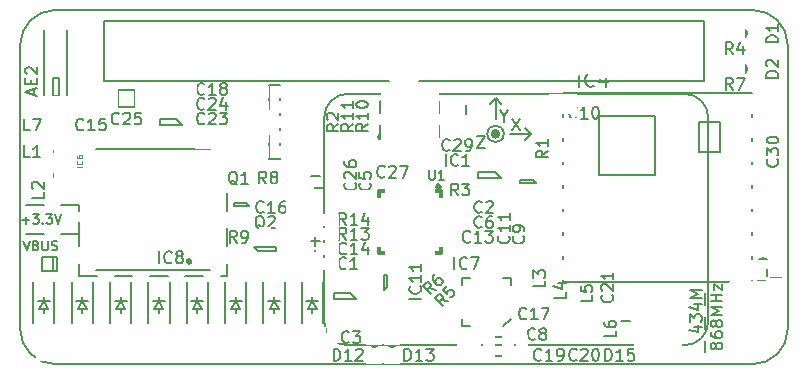
<source format=gto>
G04 #@! TF.FileFunction,Legend,Top*
%FSLAX46Y46*%
G04 Gerber Fmt 4.6, Leading zero omitted, Abs format (unit mm)*
G04 Created by KiCad (PCBNEW 4.0.2-stable) date Wednesday, 22 June 2016 'pmt' 15:55:54*
%MOMM*%
G01*
G04 APERTURE LIST*
%ADD10C,0.100000*%
%ADD11C,0.150000*%
%ADD12C,0.200000*%
%ADD13C,0.350000*%
%ADD14C,0.400000*%
%ADD15C,0.075000*%
%ADD16R,2.400000X1.700000*%
%ADD17R,1.020000X1.020000*%
%ADD18C,2.200000*%
%ADD19R,1.350000X1.400000*%
%ADD20R,1.620000X1.310000*%
%ADD21R,1.300000X0.900000*%
%ADD22R,1.000000X1.500000*%
%ADD23R,0.800000X1.350000*%
%ADD24R,1.150000X0.700000*%
%ADD25R,0.700000X1.150000*%
%ADD26R,2.602000X2.602000*%
%ADD27R,2.200000X1.100000*%
%ADD28R,2.200000X1.200000*%
%ADD29R,0.950000X1.250000*%
%ADD30O,0.700000X1.300000*%
%ADD31O,1.300000X0.700000*%
%ADD32R,3.600000X3.600000*%
%ADD33R,0.680000X0.900000*%
%ADD34R,1.900000X1.680000*%
%ADD35R,1.000000X1.400000*%
%ADD36R,2.400000X1.400000*%
%ADD37R,2.300000X2.300000*%
%ADD38C,2.300000*%
%ADD39R,1.550000X2.200000*%
%ADD40R,3.190000X1.140000*%
%ADD41R,1.400000X1.350000*%
%ADD42R,0.950000X1.945000*%
%ADD43R,1.945000X0.950000*%
%ADD44R,1.000000X1.150000*%
%ADD45C,1.400000*%
%ADD46R,2.400000X2.900000*%
%ADD47C,3.400000*%
%ADD48R,1.000000X0.750000*%
%ADD49R,1.350000X0.800000*%
%ADD50C,0.152400*%
G04 APERTURE END LIST*
D10*
D11*
X124535714Y-123333333D02*
X125202381Y-123333333D01*
X124154762Y-123571429D02*
X124869048Y-123809524D01*
X124869048Y-123190476D01*
X124202381Y-122904762D02*
X124202381Y-122285714D01*
X124583333Y-122619048D01*
X124583333Y-122476190D01*
X124630952Y-122380952D01*
X124678571Y-122333333D01*
X124773810Y-122285714D01*
X125011905Y-122285714D01*
X125107143Y-122333333D01*
X125154762Y-122380952D01*
X125202381Y-122476190D01*
X125202381Y-122761905D01*
X125154762Y-122857143D01*
X125107143Y-122904762D01*
X124535714Y-121428571D02*
X125202381Y-121428571D01*
X124154762Y-121666667D02*
X124869048Y-121904762D01*
X124869048Y-121285714D01*
X125202381Y-120904762D02*
X124202381Y-120904762D01*
X124916667Y-120571428D01*
X124202381Y-120238095D01*
X125202381Y-120238095D01*
X126380952Y-125047619D02*
X126333333Y-125142857D01*
X126285714Y-125190476D01*
X126190476Y-125238095D01*
X126142857Y-125238095D01*
X126047619Y-125190476D01*
X126000000Y-125142857D01*
X125952381Y-125047619D01*
X125952381Y-124857142D01*
X126000000Y-124761904D01*
X126047619Y-124714285D01*
X126142857Y-124666666D01*
X126190476Y-124666666D01*
X126285714Y-124714285D01*
X126333333Y-124761904D01*
X126380952Y-124857142D01*
X126380952Y-125047619D01*
X126428571Y-125142857D01*
X126476190Y-125190476D01*
X126571429Y-125238095D01*
X126761905Y-125238095D01*
X126857143Y-125190476D01*
X126904762Y-125142857D01*
X126952381Y-125047619D01*
X126952381Y-124857142D01*
X126904762Y-124761904D01*
X126857143Y-124714285D01*
X126761905Y-124666666D01*
X126571429Y-124666666D01*
X126476190Y-124714285D01*
X126428571Y-124761904D01*
X126380952Y-124857142D01*
X125952381Y-123809523D02*
X125952381Y-124000000D01*
X126000000Y-124095238D01*
X126047619Y-124142857D01*
X126190476Y-124238095D01*
X126380952Y-124285714D01*
X126761905Y-124285714D01*
X126857143Y-124238095D01*
X126904762Y-124190476D01*
X126952381Y-124095238D01*
X126952381Y-123904761D01*
X126904762Y-123809523D01*
X126857143Y-123761904D01*
X126761905Y-123714285D01*
X126523810Y-123714285D01*
X126428571Y-123761904D01*
X126380952Y-123809523D01*
X126333333Y-123904761D01*
X126333333Y-124095238D01*
X126380952Y-124190476D01*
X126428571Y-124238095D01*
X126523810Y-124285714D01*
X126380952Y-123142857D02*
X126333333Y-123238095D01*
X126285714Y-123285714D01*
X126190476Y-123333333D01*
X126142857Y-123333333D01*
X126047619Y-123285714D01*
X126000000Y-123238095D01*
X125952381Y-123142857D01*
X125952381Y-122952380D01*
X126000000Y-122857142D01*
X126047619Y-122809523D01*
X126142857Y-122761904D01*
X126190476Y-122761904D01*
X126285714Y-122809523D01*
X126333333Y-122857142D01*
X126380952Y-122952380D01*
X126380952Y-123142857D01*
X126428571Y-123238095D01*
X126476190Y-123285714D01*
X126571429Y-123333333D01*
X126761905Y-123333333D01*
X126857143Y-123285714D01*
X126904762Y-123238095D01*
X126952381Y-123142857D01*
X126952381Y-122952380D01*
X126904762Y-122857142D01*
X126857143Y-122809523D01*
X126761905Y-122761904D01*
X126571429Y-122761904D01*
X126476190Y-122809523D01*
X126428571Y-122857142D01*
X126380952Y-122952380D01*
X126952381Y-122333333D02*
X125952381Y-122333333D01*
X126666667Y-121999999D01*
X125952381Y-121666666D01*
X126952381Y-121666666D01*
X126952381Y-121190476D02*
X125952381Y-121190476D01*
X126428571Y-121190476D02*
X126428571Y-120619047D01*
X126952381Y-120619047D02*
X125952381Y-120619047D01*
X126285714Y-120238095D02*
X126285714Y-119714285D01*
X126952381Y-120238095D01*
X126952381Y-119714285D01*
D12*
X125500000Y-121500000D02*
X125500000Y-120500000D01*
X125500000Y-123500000D02*
X125500000Y-122500000D01*
X125500000Y-125500000D02*
X125500000Y-124500000D01*
D11*
X67650000Y-114307143D02*
X68259524Y-114307143D01*
X67954762Y-114611905D02*
X67954762Y-114002381D01*
X68564286Y-113811905D02*
X69059524Y-113811905D01*
X68792857Y-114116667D01*
X68907143Y-114116667D01*
X68983333Y-114154762D01*
X69021429Y-114192857D01*
X69059524Y-114269048D01*
X69059524Y-114459524D01*
X69021429Y-114535714D01*
X68983333Y-114573810D01*
X68907143Y-114611905D01*
X68678571Y-114611905D01*
X68602381Y-114573810D01*
X68564286Y-114535714D01*
X69402381Y-114535714D02*
X69440476Y-114573810D01*
X69402381Y-114611905D01*
X69364286Y-114573810D01*
X69402381Y-114535714D01*
X69402381Y-114611905D01*
X69707143Y-113811905D02*
X70202381Y-113811905D01*
X69935714Y-114116667D01*
X70050000Y-114116667D01*
X70126190Y-114154762D01*
X70164286Y-114192857D01*
X70202381Y-114269048D01*
X70202381Y-114459524D01*
X70164286Y-114535714D01*
X70126190Y-114573810D01*
X70050000Y-114611905D01*
X69821428Y-114611905D01*
X69745238Y-114573810D01*
X69707143Y-114535714D01*
X70430952Y-113811905D02*
X70697619Y-114611905D01*
X70964286Y-113811905D01*
X67783333Y-116061905D02*
X68050000Y-116861905D01*
X68316667Y-116061905D01*
X68850000Y-116442857D02*
X68964286Y-116480952D01*
X69002381Y-116519048D01*
X69040476Y-116595238D01*
X69040476Y-116709524D01*
X69002381Y-116785714D01*
X68964286Y-116823810D01*
X68888095Y-116861905D01*
X68583333Y-116861905D01*
X68583333Y-116061905D01*
X68850000Y-116061905D01*
X68926190Y-116100000D01*
X68964286Y-116138095D01*
X69002381Y-116214286D01*
X69002381Y-116290476D01*
X68964286Y-116366667D01*
X68926190Y-116404762D01*
X68850000Y-116442857D01*
X68583333Y-116442857D01*
X69383333Y-116061905D02*
X69383333Y-116709524D01*
X69421428Y-116785714D01*
X69459524Y-116823810D01*
X69535714Y-116861905D01*
X69688095Y-116861905D01*
X69764286Y-116823810D01*
X69802381Y-116785714D01*
X69840476Y-116709524D01*
X69840476Y-116061905D01*
X70183333Y-116823810D02*
X70297619Y-116861905D01*
X70488095Y-116861905D01*
X70564285Y-116823810D01*
X70602381Y-116785714D01*
X70640476Y-116709524D01*
X70640476Y-116633333D01*
X70602381Y-116557143D01*
X70564285Y-116519048D01*
X70488095Y-116480952D01*
X70335714Y-116442857D01*
X70259523Y-116404762D01*
X70221428Y-116366667D01*
X70183333Y-116290476D01*
X70183333Y-116214286D01*
X70221428Y-116138095D01*
X70259523Y-116100000D01*
X70335714Y-116061905D01*
X70526190Y-116061905D01*
X70640476Y-116100000D01*
D12*
X69500000Y-113000000D02*
X68000000Y-113000000D01*
X72500000Y-113000000D02*
X71000000Y-113000000D01*
X72500000Y-113500000D02*
X72500000Y-113000000D01*
X72500000Y-115500000D02*
X72500000Y-114500000D01*
X85000000Y-113500000D02*
X85000000Y-112000000D01*
X85000000Y-116500000D02*
X85000000Y-115000000D01*
X85000000Y-119000000D02*
X85000000Y-118000000D01*
X84500000Y-119000000D02*
X85000000Y-119000000D01*
X81500000Y-119000000D02*
X83000000Y-119000000D01*
X78500000Y-119000000D02*
X80000000Y-119000000D01*
X75500000Y-119000000D02*
X77000000Y-119000000D01*
X73500000Y-119000000D02*
X74000000Y-119000000D01*
X72500000Y-119000000D02*
X73500000Y-119000000D01*
X72500000Y-118000000D02*
X72500000Y-119000000D01*
X72500000Y-115500000D02*
X72500000Y-116500000D01*
X71000000Y-115500000D02*
X72500000Y-115500000D01*
X68000000Y-115500000D02*
X69500000Y-115500000D01*
D11*
X126750000Y-108500000D02*
X126750000Y-106000000D01*
X125000000Y-108500000D02*
X125000000Y-106000000D01*
X125000000Y-106000000D02*
X126750000Y-106000000D01*
X125000000Y-108500000D02*
X126750000Y-108500000D01*
X121250000Y-105500000D02*
X116500000Y-105500000D01*
X116500000Y-105500000D02*
X116500000Y-110500000D01*
X116500000Y-110500000D02*
X121250000Y-110500000D01*
X121250000Y-110500000D02*
X121250000Y-105500000D01*
X121250000Y-105500000D02*
X121250000Y-110000000D01*
X129500000Y-103500000D02*
X113500000Y-103500000D01*
X113500000Y-103500000D02*
X113500000Y-119500000D01*
X113500000Y-119500000D02*
X129500000Y-119500000D01*
X129500000Y-119500000D02*
X129500000Y-103500000D01*
X123750000Y-124900000D02*
G75*
G03X125750000Y-122900000I0J2000000D01*
G01*
X93250000Y-122925000D02*
G75*
G03X95275000Y-124900000I2000000J25000D01*
G01*
X125750000Y-105600000D02*
G75*
G03X123750000Y-103600000I-2000000J0D01*
G01*
X95250000Y-103600000D02*
G75*
G03X93250000Y-105600000I0J-2000000D01*
G01*
X93250000Y-105600000D02*
X93250000Y-122900000D01*
X95250000Y-124900000D02*
X123750000Y-124900000D01*
X125750000Y-122900000D02*
X125750000Y-105600000D01*
X123750000Y-103600000D02*
X95250000Y-103600000D01*
X91250000Y-116900000D02*
X93250000Y-116900000D01*
X93250000Y-111600000D02*
X91250000Y-111600000D01*
X129125000Y-98500000D02*
X128875000Y-98825000D01*
X129125000Y-98500000D02*
X128875000Y-98175000D01*
X128875000Y-98825000D02*
X128875000Y-98175000D01*
X129125000Y-101500000D02*
X128875000Y-101825000D01*
X129125000Y-101500000D02*
X128875000Y-101175000D01*
X128875000Y-101825000D02*
X128875000Y-101175000D01*
X69500000Y-121817500D02*
X69500000Y-122198500D01*
X69500000Y-120801500D02*
X69500000Y-121182500D01*
X69500000Y-121182500D02*
X69881000Y-121817500D01*
X69881000Y-121817500D02*
X69119000Y-121817500D01*
X69119000Y-121817500D02*
X69500000Y-121182500D01*
X70008000Y-121182500D02*
X68992000Y-121182500D01*
X68600000Y-119500000D02*
X68600000Y-123040000D01*
X70400000Y-119500000D02*
X70400000Y-123040000D01*
X72750000Y-121817500D02*
X72750000Y-122198500D01*
X72750000Y-120801500D02*
X72750000Y-121182500D01*
X72750000Y-121182500D02*
X73131000Y-121817500D01*
X73131000Y-121817500D02*
X72369000Y-121817500D01*
X72369000Y-121817500D02*
X72750000Y-121182500D01*
X73258000Y-121182500D02*
X72242000Y-121182500D01*
X71850000Y-119500000D02*
X71850000Y-123040000D01*
X73650000Y-119500000D02*
X73650000Y-123040000D01*
X76000000Y-121817500D02*
X76000000Y-122198500D01*
X76000000Y-120801500D02*
X76000000Y-121182500D01*
X76000000Y-121182500D02*
X76381000Y-121817500D01*
X76381000Y-121817500D02*
X75619000Y-121817500D01*
X75619000Y-121817500D02*
X76000000Y-121182500D01*
X76508000Y-121182500D02*
X75492000Y-121182500D01*
X75100000Y-119500000D02*
X75100000Y-123040000D01*
X76900000Y-119500000D02*
X76900000Y-123040000D01*
X79250000Y-121817500D02*
X79250000Y-122198500D01*
X79250000Y-120801500D02*
X79250000Y-121182500D01*
X79250000Y-121182500D02*
X79631000Y-121817500D01*
X79631000Y-121817500D02*
X78869000Y-121817500D01*
X78869000Y-121817500D02*
X79250000Y-121182500D01*
X79758000Y-121182500D02*
X78742000Y-121182500D01*
X78350000Y-119500000D02*
X78350000Y-123040000D01*
X80150000Y-119500000D02*
X80150000Y-123040000D01*
X82500000Y-121817500D02*
X82500000Y-122198500D01*
X82500000Y-120801500D02*
X82500000Y-121182500D01*
X82500000Y-121182500D02*
X82881000Y-121817500D01*
X82881000Y-121817500D02*
X82119000Y-121817500D01*
X82119000Y-121817500D02*
X82500000Y-121182500D01*
X83008000Y-121182500D02*
X81992000Y-121182500D01*
X81600000Y-119500000D02*
X81600000Y-123040000D01*
X83400000Y-119500000D02*
X83400000Y-123040000D01*
X85750000Y-121817500D02*
X85750000Y-122198500D01*
X85750000Y-120801500D02*
X85750000Y-121182500D01*
X85750000Y-121182500D02*
X86131000Y-121817500D01*
X86131000Y-121817500D02*
X85369000Y-121817500D01*
X85369000Y-121817500D02*
X85750000Y-121182500D01*
X86258000Y-121182500D02*
X85242000Y-121182500D01*
X84850000Y-119500000D02*
X84850000Y-123040000D01*
X86650000Y-119500000D02*
X86650000Y-123040000D01*
X89000000Y-121817500D02*
X89000000Y-122198500D01*
X89000000Y-120801500D02*
X89000000Y-121182500D01*
X89000000Y-121182500D02*
X89381000Y-121817500D01*
X89381000Y-121817500D02*
X88619000Y-121817500D01*
X88619000Y-121817500D02*
X89000000Y-121182500D01*
X89508000Y-121182500D02*
X88492000Y-121182500D01*
X88100000Y-119500000D02*
X88100000Y-123040000D01*
X89900000Y-119500000D02*
X89900000Y-123040000D01*
X92250000Y-121817500D02*
X92250000Y-122198500D01*
X92250000Y-120801500D02*
X92250000Y-121182500D01*
X92250000Y-121182500D02*
X92631000Y-121817500D01*
X92631000Y-121817500D02*
X91869000Y-121817500D01*
X91869000Y-121817500D02*
X92250000Y-121182500D01*
X92758000Y-121182500D02*
X91742000Y-121182500D01*
X91350000Y-119500000D02*
X91350000Y-123040000D01*
X93150000Y-119500000D02*
X93150000Y-123040000D01*
X70650000Y-118600000D02*
X69350000Y-118600000D01*
X69350000Y-118600000D02*
X69350000Y-117400000D01*
X69350000Y-117400000D02*
X70650000Y-117400000D01*
X70650000Y-117400000D02*
X70650000Y-118600000D01*
X70325000Y-118600000D02*
X70325000Y-117400000D01*
X108200000Y-110750000D02*
X108200000Y-110750000D01*
X108200000Y-110750000D02*
X106300000Y-110750000D01*
X106300000Y-110750000D02*
X106300000Y-110250000D01*
X106300000Y-110250000D02*
X107700000Y-110250000D01*
X107700000Y-110250000D02*
X108200000Y-110750000D01*
X95950000Y-121000000D02*
X95950000Y-121000000D01*
X95950000Y-121000000D02*
X94050000Y-121000000D01*
X94050000Y-121000000D02*
X94050000Y-120500000D01*
X94050000Y-120500000D02*
X95450000Y-120500000D01*
X95450000Y-120500000D02*
X95950000Y-121000000D01*
X111150000Y-111125000D02*
X111150000Y-111125000D01*
X111150000Y-111125000D02*
X109850000Y-111125000D01*
X109850000Y-111125000D02*
X109850000Y-110875000D01*
X109850000Y-110875000D02*
X110900000Y-110875000D01*
X110900000Y-110875000D02*
X111150000Y-111125000D01*
X109050000Y-122650000D02*
X108400000Y-123300000D01*
X105600000Y-123300000D02*
X104950000Y-123300000D01*
X104950000Y-123300000D02*
X104950000Y-122650000D01*
X105600000Y-119200000D02*
X104950000Y-119200000D01*
X104950000Y-119200000D02*
X104950000Y-119850000D01*
X108400000Y-119200000D02*
X109050000Y-119200000D01*
X109050000Y-119200000D02*
X109050000Y-119850000D01*
X82000000Y-117800000D02*
G75*
G03X82000000Y-117800000I-200000J0D01*
G01*
X81900000Y-117800000D02*
G75*
G03X81900000Y-117800000I-100000J0D01*
G01*
X73900000Y-108300000D02*
X83600000Y-108300000D01*
X73900000Y-118500000D02*
X83600000Y-118500000D01*
X81200000Y-106250000D02*
X81200000Y-106250000D01*
X81200000Y-106250000D02*
X79300000Y-106250000D01*
X79300000Y-106250000D02*
X79300000Y-105750000D01*
X79300000Y-105750000D02*
X80700000Y-105750000D01*
X80700000Y-105750000D02*
X81200000Y-106250000D01*
X86900000Y-113125000D02*
X86900000Y-113125000D01*
X86900000Y-113125000D02*
X85600000Y-113125000D01*
X85600000Y-113125000D02*
X85600000Y-112875000D01*
X85600000Y-112875000D02*
X86650000Y-112875000D01*
X86650000Y-112875000D02*
X86900000Y-113125000D01*
D13*
X102654000Y-111873000D02*
X103127000Y-111873000D01*
X103127000Y-111873000D02*
X103127000Y-112346000D01*
X103127000Y-116654000D02*
X103127000Y-117127000D01*
X103127000Y-117127000D02*
X102654000Y-117127000D01*
X98346000Y-111873000D02*
X97873000Y-111873000D01*
X97873000Y-111873000D02*
X97873000Y-112346000D01*
X97873000Y-116654000D02*
X97873000Y-117127000D01*
X97873000Y-117127000D02*
X98346000Y-117127000D01*
X102908000Y-111365000D02*
X103035000Y-111492000D01*
X103035000Y-111492000D02*
X102908000Y-111619000D01*
X102908000Y-111619000D02*
X102781000Y-111492000D01*
X102781000Y-111492000D02*
X102908000Y-111365000D01*
D11*
X72100000Y-110650000D02*
X72100000Y-108700000D01*
X72100000Y-108700000D02*
X71750000Y-108350000D01*
X71750000Y-108350000D02*
X70400000Y-108350000D01*
X70400000Y-108350000D02*
X70400000Y-110650000D01*
X70400000Y-110650000D02*
X72100000Y-110650000D01*
X87300000Y-116600000D02*
X87300000Y-116600000D01*
X87300000Y-116600000D02*
X89200000Y-116600000D01*
X89200000Y-116600000D02*
X89200000Y-116900000D01*
X89200000Y-116900000D02*
X87600000Y-116900000D01*
X87600000Y-116900000D02*
X87300000Y-116600000D01*
X70750000Y-103750000D02*
X70750000Y-102250000D01*
X70750000Y-102250000D02*
X70250000Y-102250000D01*
X70250000Y-102250000D02*
X70250000Y-103750000D01*
X70250000Y-103750000D02*
X70750000Y-103750000D01*
X69500000Y-104500000D02*
X71500000Y-104500000D01*
X71500000Y-104500000D02*
X71500000Y-97500000D01*
X71500000Y-97500000D02*
X69500000Y-97500000D01*
X69500000Y-97500000D02*
X69500000Y-104500000D01*
X129500000Y-126500000D02*
G75*
G03X132500000Y-123500000I0J3000000D01*
G01*
X132500000Y-99500000D02*
G75*
G03X129500000Y-96500000I-3000000J0D01*
G01*
X70500000Y-96500000D02*
G75*
G03X67500000Y-99500000I0J-3000000D01*
G01*
X67500000Y-123500000D02*
G75*
G03X70500000Y-126500000I3000000J0D01*
G01*
X132500000Y-123500000D02*
X132500000Y-100000000D01*
X70500000Y-126500000D02*
X129500000Y-126500000D01*
X67500000Y-100000000D02*
X67500000Y-123500000D01*
X132500000Y-100000000D02*
X132500000Y-99500000D01*
X70500000Y-96500000D02*
X129500000Y-96500000D01*
X67500000Y-100000000D02*
X67500000Y-99500000D01*
X67500000Y-99500000D02*
X67500000Y-100000000D01*
X74600000Y-97460000D02*
X125400000Y-97460000D01*
X125400000Y-97460000D02*
X125400000Y-102540000D01*
X125400000Y-102540000D02*
X101270000Y-102540000D01*
X98730000Y-102540000D02*
X74600000Y-102540000D01*
X74600000Y-102540000D02*
X74600000Y-97460000D01*
X77225000Y-104725000D02*
X75775000Y-104725000D01*
X75775000Y-104725000D02*
X75775000Y-103275000D01*
X75775000Y-103275000D02*
X77225000Y-103275000D01*
X77225000Y-103275000D02*
X77225000Y-104725000D01*
X89500000Y-102900000D02*
X88600000Y-102900000D01*
X89500000Y-109100000D02*
X88600000Y-109100000D01*
X88600000Y-109100000D02*
X88600000Y-107100000D01*
X88600000Y-102900000D02*
X88600000Y-104900000D01*
X89500000Y-102900000D02*
X89500000Y-109100000D01*
X97500000Y-125125000D02*
X97175000Y-124875000D01*
X97500000Y-125125000D02*
X97825000Y-124875000D01*
X97175000Y-124875000D02*
X97825000Y-124875000D01*
X99000000Y-125125000D02*
X98675000Y-124875000D01*
X99000000Y-125125000D02*
X99325000Y-124875000D01*
X98675000Y-124875000D02*
X99325000Y-124875000D01*
X105125000Y-104675000D02*
X105375000Y-104675000D01*
X105375000Y-104675000D02*
X105375000Y-105325000D01*
X105375000Y-105325000D02*
X105125000Y-105325000D01*
X105125000Y-105325000D02*
X105125000Y-104675000D01*
X98200000Y-107250000D02*
G75*
G03X98200000Y-107250000I-200000J0D01*
G01*
X98100000Y-107250000D02*
G75*
G03X98100000Y-107250000I-100000J0D01*
G01*
X98000000Y-107250000D02*
X98100000Y-107250000D01*
X103000000Y-107250000D02*
X102900000Y-107250000D01*
X103000000Y-104250000D02*
X102900000Y-104250000D01*
X98000000Y-104250000D02*
X98100000Y-104250000D01*
X103000000Y-105250000D02*
X103000000Y-104250000D01*
X103000000Y-107250000D02*
X103000000Y-106250000D01*
X98000000Y-105250000D02*
X98000000Y-104250000D01*
X98000000Y-107250000D02*
X98000000Y-106250000D01*
D12*
X109000000Y-107000000D02*
X110750000Y-107000000D01*
X110750000Y-107000000D02*
X110250000Y-106500000D01*
D11*
X110250000Y-106500000D02*
X110750000Y-107000000D01*
D12*
X110750000Y-107000000D02*
X110250000Y-107500000D01*
X107750000Y-104000000D02*
X107250000Y-104500000D01*
D11*
X108250000Y-104500000D02*
X107750000Y-104000000D01*
D12*
X107750000Y-104000000D02*
X108250000Y-104500000D01*
X107750000Y-105750000D02*
X107750000Y-104000000D01*
X107750000Y-105750000D02*
X107750000Y-104000000D01*
X107750000Y-104000000D02*
X108250000Y-104500000D01*
D11*
X108250000Y-104500000D02*
X107750000Y-104000000D01*
D12*
X107750000Y-104000000D02*
X107250000Y-104500000D01*
D14*
X107950000Y-107000000D02*
G75*
G03X107950000Y-107000000I-200000J0D01*
G01*
D12*
X108450000Y-107000000D02*
G75*
G03X108450000Y-107000000I-700000J0D01*
G01*
D11*
X107000000Y-124350000D02*
G75*
G03X107150000Y-124200000I0J150000D01*
G01*
X107150000Y-125800000D02*
G75*
G03X107000000Y-125650000I-150000J0D01*
G01*
X109000000Y-125650000D02*
G75*
G03X108850000Y-125800000I0J-150000D01*
G01*
X108850000Y-124200000D02*
G75*
G03X109000000Y-124350000I150000J0D01*
G01*
X107000000Y-125650000D02*
X107000000Y-124350000D01*
X109000000Y-125650000D02*
X109000000Y-124350000D01*
X108850000Y-124200000D02*
X107150000Y-124200000D01*
X108850000Y-125800000D02*
X107150000Y-125800000D01*
X131100000Y-119050000D02*
X131100000Y-119150000D01*
X131100000Y-119150000D02*
X131900000Y-119150000D01*
X131900000Y-119150000D02*
X131900000Y-119050000D01*
X131100000Y-118950000D02*
X131100000Y-119050000D01*
X131100000Y-119050000D02*
X131900000Y-119050000D01*
X131900000Y-119050000D02*
X131900000Y-118950000D01*
X131900000Y-118950000D02*
X131900000Y-117950000D01*
X131100000Y-118950000D02*
X131100000Y-117950000D01*
X119150000Y-122950000D02*
X119150000Y-122850000D01*
X119150000Y-122850000D02*
X118350000Y-122850000D01*
X118350000Y-122850000D02*
X118350000Y-122950000D01*
X119150000Y-123050000D02*
X119150000Y-122950000D01*
X119150000Y-122950000D02*
X118350000Y-122950000D01*
X118350000Y-122950000D02*
X118350000Y-123050000D01*
X118350000Y-123050000D02*
X118350000Y-124050000D01*
X119150000Y-123050000D02*
X119150000Y-124050000D01*
X98275000Y-120250000D02*
X98275000Y-120250000D01*
X98275000Y-120250000D02*
X98275000Y-118950000D01*
X98275000Y-118950000D02*
X98525000Y-118950000D01*
X98525000Y-118950000D02*
X98525000Y-120000000D01*
X98525000Y-120000000D02*
X98275000Y-120250000D01*
X114828571Y-103042857D02*
X114828571Y-101842857D01*
X116085715Y-102928571D02*
X116028572Y-102985714D01*
X115857143Y-103042857D01*
X115742857Y-103042857D01*
X115571429Y-102985714D01*
X115457143Y-102871429D01*
X115400000Y-102757143D01*
X115342857Y-102528571D01*
X115342857Y-102357143D01*
X115400000Y-102128571D01*
X115457143Y-102014286D01*
X115571429Y-101900000D01*
X115742857Y-101842857D01*
X115857143Y-101842857D01*
X116028572Y-101900000D01*
X116085715Y-101957143D01*
X117114286Y-102242857D02*
X117114286Y-103042857D01*
X116828572Y-101785714D02*
X116542857Y-102642857D01*
X117285715Y-102642857D01*
X95083334Y-118357143D02*
X95035715Y-118404762D01*
X94892858Y-118452381D01*
X94797620Y-118452381D01*
X94654762Y-118404762D01*
X94559524Y-118309524D01*
X94511905Y-118214286D01*
X94464286Y-118023810D01*
X94464286Y-117880952D01*
X94511905Y-117690476D01*
X94559524Y-117595238D01*
X94654762Y-117500000D01*
X94797620Y-117452381D01*
X94892858Y-117452381D01*
X95035715Y-117500000D01*
X95083334Y-117547619D01*
X96035715Y-118452381D02*
X95464286Y-118452381D01*
X95750000Y-118452381D02*
X95750000Y-117452381D01*
X95654762Y-117595238D01*
X95559524Y-117690476D01*
X95464286Y-117738095D01*
X106583334Y-113607143D02*
X106535715Y-113654762D01*
X106392858Y-113702381D01*
X106297620Y-113702381D01*
X106154762Y-113654762D01*
X106059524Y-113559524D01*
X106011905Y-113464286D01*
X105964286Y-113273810D01*
X105964286Y-113130952D01*
X106011905Y-112940476D01*
X106059524Y-112845238D01*
X106154762Y-112750000D01*
X106297620Y-112702381D01*
X106392858Y-112702381D01*
X106535715Y-112750000D01*
X106583334Y-112797619D01*
X106964286Y-112797619D02*
X107011905Y-112750000D01*
X107107143Y-112702381D01*
X107345239Y-112702381D01*
X107440477Y-112750000D01*
X107488096Y-112797619D01*
X107535715Y-112892857D01*
X107535715Y-112988095D01*
X107488096Y-113130952D01*
X106916667Y-113702381D01*
X107535715Y-113702381D01*
X95333334Y-124607143D02*
X95285715Y-124654762D01*
X95142858Y-124702381D01*
X95047620Y-124702381D01*
X94904762Y-124654762D01*
X94809524Y-124559524D01*
X94761905Y-124464286D01*
X94714286Y-124273810D01*
X94714286Y-124130952D01*
X94761905Y-123940476D01*
X94809524Y-123845238D01*
X94904762Y-123750000D01*
X95047620Y-123702381D01*
X95142858Y-123702381D01*
X95285715Y-123750000D01*
X95333334Y-123797619D01*
X95666667Y-123702381D02*
X96285715Y-123702381D01*
X95952381Y-124083333D01*
X96095239Y-124083333D01*
X96190477Y-124130952D01*
X96238096Y-124178571D01*
X96285715Y-124273810D01*
X96285715Y-124511905D01*
X96238096Y-124607143D01*
X96190477Y-124654762D01*
X96095239Y-124702381D01*
X95809524Y-124702381D01*
X95714286Y-124654762D01*
X95666667Y-124607143D01*
X97107143Y-111166666D02*
X97154762Y-111214285D01*
X97202381Y-111357142D01*
X97202381Y-111452380D01*
X97154762Y-111595238D01*
X97059524Y-111690476D01*
X96964286Y-111738095D01*
X96773810Y-111785714D01*
X96630952Y-111785714D01*
X96440476Y-111738095D01*
X96345238Y-111690476D01*
X96250000Y-111595238D01*
X96202381Y-111452380D01*
X96202381Y-111357142D01*
X96250000Y-111214285D01*
X96297619Y-111166666D01*
X96202381Y-110261904D02*
X96202381Y-110738095D01*
X96678571Y-110785714D01*
X96630952Y-110738095D01*
X96583333Y-110642857D01*
X96583333Y-110404761D01*
X96630952Y-110309523D01*
X96678571Y-110261904D01*
X96773810Y-110214285D01*
X97011905Y-110214285D01*
X97107143Y-110261904D01*
X97154762Y-110309523D01*
X97202381Y-110404761D01*
X97202381Y-110642857D01*
X97154762Y-110738095D01*
X97107143Y-110785714D01*
X106583334Y-114857143D02*
X106535715Y-114904762D01*
X106392858Y-114952381D01*
X106297620Y-114952381D01*
X106154762Y-114904762D01*
X106059524Y-114809524D01*
X106011905Y-114714286D01*
X105964286Y-114523810D01*
X105964286Y-114380952D01*
X106011905Y-114190476D01*
X106059524Y-114095238D01*
X106154762Y-114000000D01*
X106297620Y-113952381D01*
X106392858Y-113952381D01*
X106535715Y-114000000D01*
X106583334Y-114047619D01*
X107440477Y-113952381D02*
X107250000Y-113952381D01*
X107154762Y-114000000D01*
X107107143Y-114047619D01*
X107011905Y-114190476D01*
X106964286Y-114380952D01*
X106964286Y-114761905D01*
X107011905Y-114857143D01*
X107059524Y-114904762D01*
X107154762Y-114952381D01*
X107345239Y-114952381D01*
X107440477Y-114904762D01*
X107488096Y-114857143D01*
X107535715Y-114761905D01*
X107535715Y-114523810D01*
X107488096Y-114428571D01*
X107440477Y-114380952D01*
X107345239Y-114333333D01*
X107154762Y-114333333D01*
X107059524Y-114380952D01*
X107011905Y-114428571D01*
X106964286Y-114523810D01*
X111083334Y-124357143D02*
X111035715Y-124404762D01*
X110892858Y-124452381D01*
X110797620Y-124452381D01*
X110654762Y-124404762D01*
X110559524Y-124309524D01*
X110511905Y-124214286D01*
X110464286Y-124023810D01*
X110464286Y-123880952D01*
X110511905Y-123690476D01*
X110559524Y-123595238D01*
X110654762Y-123500000D01*
X110797620Y-123452381D01*
X110892858Y-123452381D01*
X111035715Y-123500000D01*
X111083334Y-123547619D01*
X111654762Y-123880952D02*
X111559524Y-123833333D01*
X111511905Y-123785714D01*
X111464286Y-123690476D01*
X111464286Y-123642857D01*
X111511905Y-123547619D01*
X111559524Y-123500000D01*
X111654762Y-123452381D01*
X111845239Y-123452381D01*
X111940477Y-123500000D01*
X111988096Y-123547619D01*
X112035715Y-123642857D01*
X112035715Y-123690476D01*
X111988096Y-123785714D01*
X111940477Y-123833333D01*
X111845239Y-123880952D01*
X111654762Y-123880952D01*
X111559524Y-123928571D01*
X111511905Y-123976190D01*
X111464286Y-124071429D01*
X111464286Y-124261905D01*
X111511905Y-124357143D01*
X111559524Y-124404762D01*
X111654762Y-124452381D01*
X111845239Y-124452381D01*
X111940477Y-124404762D01*
X111988096Y-124357143D01*
X112035715Y-124261905D01*
X112035715Y-124071429D01*
X111988096Y-123976190D01*
X111940477Y-123928571D01*
X111845239Y-123880952D01*
X110107143Y-115666666D02*
X110154762Y-115714285D01*
X110202381Y-115857142D01*
X110202381Y-115952380D01*
X110154762Y-116095238D01*
X110059524Y-116190476D01*
X109964286Y-116238095D01*
X109773810Y-116285714D01*
X109630952Y-116285714D01*
X109440476Y-116238095D01*
X109345238Y-116190476D01*
X109250000Y-116095238D01*
X109202381Y-115952380D01*
X109202381Y-115857142D01*
X109250000Y-115714285D01*
X109297619Y-115666666D01*
X110202381Y-115190476D02*
X110202381Y-115000000D01*
X110154762Y-114904761D01*
X110107143Y-114857142D01*
X109964286Y-114761904D01*
X109773810Y-114714285D01*
X109392857Y-114714285D01*
X109297619Y-114761904D01*
X109250000Y-114809523D01*
X109202381Y-114904761D01*
X109202381Y-115095238D01*
X109250000Y-115190476D01*
X109297619Y-115238095D01*
X109392857Y-115285714D01*
X109630952Y-115285714D01*
X109726190Y-115238095D01*
X109773810Y-115190476D01*
X109821429Y-115095238D01*
X109821429Y-114904761D01*
X109773810Y-114809523D01*
X109726190Y-114761904D01*
X109630952Y-114714285D01*
X114607143Y-105607143D02*
X114559524Y-105654762D01*
X114416667Y-105702381D01*
X114321429Y-105702381D01*
X114178571Y-105654762D01*
X114083333Y-105559524D01*
X114035714Y-105464286D01*
X113988095Y-105273810D01*
X113988095Y-105130952D01*
X114035714Y-104940476D01*
X114083333Y-104845238D01*
X114178571Y-104750000D01*
X114321429Y-104702381D01*
X114416667Y-104702381D01*
X114559524Y-104750000D01*
X114607143Y-104797619D01*
X115559524Y-105702381D02*
X114988095Y-105702381D01*
X115273809Y-105702381D02*
X115273809Y-104702381D01*
X115178571Y-104845238D01*
X115083333Y-104940476D01*
X114988095Y-104988095D01*
X116178571Y-104702381D02*
X116273810Y-104702381D01*
X116369048Y-104750000D01*
X116416667Y-104797619D01*
X116464286Y-104892857D01*
X116511905Y-105083333D01*
X116511905Y-105321429D01*
X116464286Y-105511905D01*
X116416667Y-105607143D01*
X116369048Y-105654762D01*
X116273810Y-105702381D01*
X116178571Y-105702381D01*
X116083333Y-105654762D01*
X116035714Y-105607143D01*
X115988095Y-105511905D01*
X115940476Y-105321429D01*
X115940476Y-105083333D01*
X115988095Y-104892857D01*
X116035714Y-104797619D01*
X116083333Y-104750000D01*
X116178571Y-104702381D01*
X92119048Y-110571429D02*
X92880953Y-110571429D01*
X92119048Y-116071429D02*
X92880953Y-116071429D01*
X92500001Y-116452381D02*
X92500001Y-115690476D01*
X108857143Y-115642857D02*
X108904762Y-115690476D01*
X108952381Y-115833333D01*
X108952381Y-115928571D01*
X108904762Y-116071429D01*
X108809524Y-116166667D01*
X108714286Y-116214286D01*
X108523810Y-116261905D01*
X108380952Y-116261905D01*
X108190476Y-116214286D01*
X108095238Y-116166667D01*
X108000000Y-116071429D01*
X107952381Y-115928571D01*
X107952381Y-115833333D01*
X108000000Y-115690476D01*
X108047619Y-115642857D01*
X108952381Y-114690476D02*
X108952381Y-115261905D01*
X108952381Y-114976191D02*
X107952381Y-114976191D01*
X108095238Y-115071429D01*
X108190476Y-115166667D01*
X108238095Y-115261905D01*
X108952381Y-113738095D02*
X108952381Y-114309524D01*
X108952381Y-114023810D02*
X107952381Y-114023810D01*
X108095238Y-114119048D01*
X108190476Y-114214286D01*
X108238095Y-114309524D01*
X105607143Y-116107143D02*
X105559524Y-116154762D01*
X105416667Y-116202381D01*
X105321429Y-116202381D01*
X105178571Y-116154762D01*
X105083333Y-116059524D01*
X105035714Y-115964286D01*
X104988095Y-115773810D01*
X104988095Y-115630952D01*
X105035714Y-115440476D01*
X105083333Y-115345238D01*
X105178571Y-115250000D01*
X105321429Y-115202381D01*
X105416667Y-115202381D01*
X105559524Y-115250000D01*
X105607143Y-115297619D01*
X106559524Y-116202381D02*
X105988095Y-116202381D01*
X106273809Y-116202381D02*
X106273809Y-115202381D01*
X106178571Y-115345238D01*
X106083333Y-115440476D01*
X105988095Y-115488095D01*
X106892857Y-115202381D02*
X107511905Y-115202381D01*
X107178571Y-115583333D01*
X107321429Y-115583333D01*
X107416667Y-115630952D01*
X107464286Y-115678571D01*
X107511905Y-115773810D01*
X107511905Y-116011905D01*
X107464286Y-116107143D01*
X107416667Y-116154762D01*
X107321429Y-116202381D01*
X107035714Y-116202381D01*
X106940476Y-116154762D01*
X106892857Y-116107143D01*
X95107143Y-117107143D02*
X95059524Y-117154762D01*
X94916667Y-117202381D01*
X94821429Y-117202381D01*
X94678571Y-117154762D01*
X94583333Y-117059524D01*
X94535714Y-116964286D01*
X94488095Y-116773810D01*
X94488095Y-116630952D01*
X94535714Y-116440476D01*
X94583333Y-116345238D01*
X94678571Y-116250000D01*
X94821429Y-116202381D01*
X94916667Y-116202381D01*
X95059524Y-116250000D01*
X95107143Y-116297619D01*
X96059524Y-117202381D02*
X95488095Y-117202381D01*
X95773809Y-117202381D02*
X95773809Y-116202381D01*
X95678571Y-116345238D01*
X95583333Y-116440476D01*
X95488095Y-116488095D01*
X96916667Y-116535714D02*
X96916667Y-117202381D01*
X96678571Y-116154762D02*
X96440476Y-116869048D01*
X97059524Y-116869048D01*
X72857143Y-106607143D02*
X72809524Y-106654762D01*
X72666667Y-106702381D01*
X72571429Y-106702381D01*
X72428571Y-106654762D01*
X72333333Y-106559524D01*
X72285714Y-106464286D01*
X72238095Y-106273810D01*
X72238095Y-106130952D01*
X72285714Y-105940476D01*
X72333333Y-105845238D01*
X72428571Y-105750000D01*
X72571429Y-105702381D01*
X72666667Y-105702381D01*
X72809524Y-105750000D01*
X72857143Y-105797619D01*
X73809524Y-106702381D02*
X73238095Y-106702381D01*
X73523809Y-106702381D02*
X73523809Y-105702381D01*
X73428571Y-105845238D01*
X73333333Y-105940476D01*
X73238095Y-105988095D01*
X74714286Y-105702381D02*
X74238095Y-105702381D01*
X74190476Y-106178571D01*
X74238095Y-106130952D01*
X74333333Y-106083333D01*
X74571429Y-106083333D01*
X74666667Y-106130952D01*
X74714286Y-106178571D01*
X74761905Y-106273810D01*
X74761905Y-106511905D01*
X74714286Y-106607143D01*
X74666667Y-106654762D01*
X74571429Y-106702381D01*
X74333333Y-106702381D01*
X74238095Y-106654762D01*
X74190476Y-106607143D01*
X88107143Y-113607143D02*
X88059524Y-113654762D01*
X87916667Y-113702381D01*
X87821429Y-113702381D01*
X87678571Y-113654762D01*
X87583333Y-113559524D01*
X87535714Y-113464286D01*
X87488095Y-113273810D01*
X87488095Y-113130952D01*
X87535714Y-112940476D01*
X87583333Y-112845238D01*
X87678571Y-112750000D01*
X87821429Y-112702381D01*
X87916667Y-112702381D01*
X88059524Y-112750000D01*
X88107143Y-112797619D01*
X89059524Y-113702381D02*
X88488095Y-113702381D01*
X88773809Y-113702381D02*
X88773809Y-112702381D01*
X88678571Y-112845238D01*
X88583333Y-112940476D01*
X88488095Y-112988095D01*
X89916667Y-112702381D02*
X89726190Y-112702381D01*
X89630952Y-112750000D01*
X89583333Y-112797619D01*
X89488095Y-112940476D01*
X89440476Y-113130952D01*
X89440476Y-113511905D01*
X89488095Y-113607143D01*
X89535714Y-113654762D01*
X89630952Y-113702381D01*
X89821429Y-113702381D01*
X89916667Y-113654762D01*
X89964286Y-113607143D01*
X90011905Y-113511905D01*
X90011905Y-113273810D01*
X89964286Y-113178571D01*
X89916667Y-113130952D01*
X89821429Y-113083333D01*
X89630952Y-113083333D01*
X89535714Y-113130952D01*
X89488095Y-113178571D01*
X89440476Y-113273810D01*
X110357143Y-122607143D02*
X110309524Y-122654762D01*
X110166667Y-122702381D01*
X110071429Y-122702381D01*
X109928571Y-122654762D01*
X109833333Y-122559524D01*
X109785714Y-122464286D01*
X109738095Y-122273810D01*
X109738095Y-122130952D01*
X109785714Y-121940476D01*
X109833333Y-121845238D01*
X109928571Y-121750000D01*
X110071429Y-121702381D01*
X110166667Y-121702381D01*
X110309524Y-121750000D01*
X110357143Y-121797619D01*
X111309524Y-122702381D02*
X110738095Y-122702381D01*
X111023809Y-122702381D02*
X111023809Y-121702381D01*
X110928571Y-121845238D01*
X110833333Y-121940476D01*
X110738095Y-121988095D01*
X111642857Y-121702381D02*
X112309524Y-121702381D01*
X111880952Y-122702381D01*
X83107143Y-103607143D02*
X83059524Y-103654762D01*
X82916667Y-103702381D01*
X82821429Y-103702381D01*
X82678571Y-103654762D01*
X82583333Y-103559524D01*
X82535714Y-103464286D01*
X82488095Y-103273810D01*
X82488095Y-103130952D01*
X82535714Y-102940476D01*
X82583333Y-102845238D01*
X82678571Y-102750000D01*
X82821429Y-102702381D01*
X82916667Y-102702381D01*
X83059524Y-102750000D01*
X83107143Y-102797619D01*
X84059524Y-103702381D02*
X83488095Y-103702381D01*
X83773809Y-103702381D02*
X83773809Y-102702381D01*
X83678571Y-102845238D01*
X83583333Y-102940476D01*
X83488095Y-102988095D01*
X84630952Y-103130952D02*
X84535714Y-103083333D01*
X84488095Y-103035714D01*
X84440476Y-102940476D01*
X84440476Y-102892857D01*
X84488095Y-102797619D01*
X84535714Y-102750000D01*
X84630952Y-102702381D01*
X84821429Y-102702381D01*
X84916667Y-102750000D01*
X84964286Y-102797619D01*
X85011905Y-102892857D01*
X85011905Y-102940476D01*
X84964286Y-103035714D01*
X84916667Y-103083333D01*
X84821429Y-103130952D01*
X84630952Y-103130952D01*
X84535714Y-103178571D01*
X84488095Y-103226190D01*
X84440476Y-103321429D01*
X84440476Y-103511905D01*
X84488095Y-103607143D01*
X84535714Y-103654762D01*
X84630952Y-103702381D01*
X84821429Y-103702381D01*
X84916667Y-103654762D01*
X84964286Y-103607143D01*
X85011905Y-103511905D01*
X85011905Y-103321429D01*
X84964286Y-103226190D01*
X84916667Y-103178571D01*
X84821429Y-103130952D01*
X111607143Y-126107143D02*
X111559524Y-126154762D01*
X111416667Y-126202381D01*
X111321429Y-126202381D01*
X111178571Y-126154762D01*
X111083333Y-126059524D01*
X111035714Y-125964286D01*
X110988095Y-125773810D01*
X110988095Y-125630952D01*
X111035714Y-125440476D01*
X111083333Y-125345238D01*
X111178571Y-125250000D01*
X111321429Y-125202381D01*
X111416667Y-125202381D01*
X111559524Y-125250000D01*
X111607143Y-125297619D01*
X112559524Y-126202381D02*
X111988095Y-126202381D01*
X112273809Y-126202381D02*
X112273809Y-125202381D01*
X112178571Y-125345238D01*
X112083333Y-125440476D01*
X111988095Y-125488095D01*
X113035714Y-126202381D02*
X113226190Y-126202381D01*
X113321429Y-126154762D01*
X113369048Y-126107143D01*
X113464286Y-125964286D01*
X113511905Y-125773810D01*
X113511905Y-125392857D01*
X113464286Y-125297619D01*
X113416667Y-125250000D01*
X113321429Y-125202381D01*
X113130952Y-125202381D01*
X113035714Y-125250000D01*
X112988095Y-125297619D01*
X112940476Y-125392857D01*
X112940476Y-125630952D01*
X112988095Y-125726190D01*
X113035714Y-125773810D01*
X113130952Y-125821429D01*
X113321429Y-125821429D01*
X113416667Y-125773810D01*
X113464286Y-125726190D01*
X113511905Y-125630952D01*
X114607143Y-126107143D02*
X114559524Y-126154762D01*
X114416667Y-126202381D01*
X114321429Y-126202381D01*
X114178571Y-126154762D01*
X114083333Y-126059524D01*
X114035714Y-125964286D01*
X113988095Y-125773810D01*
X113988095Y-125630952D01*
X114035714Y-125440476D01*
X114083333Y-125345238D01*
X114178571Y-125250000D01*
X114321429Y-125202381D01*
X114416667Y-125202381D01*
X114559524Y-125250000D01*
X114607143Y-125297619D01*
X114988095Y-125297619D02*
X115035714Y-125250000D01*
X115130952Y-125202381D01*
X115369048Y-125202381D01*
X115464286Y-125250000D01*
X115511905Y-125297619D01*
X115559524Y-125392857D01*
X115559524Y-125488095D01*
X115511905Y-125630952D01*
X114940476Y-126202381D01*
X115559524Y-126202381D01*
X116178571Y-125202381D02*
X116273810Y-125202381D01*
X116369048Y-125250000D01*
X116416667Y-125297619D01*
X116464286Y-125392857D01*
X116511905Y-125583333D01*
X116511905Y-125821429D01*
X116464286Y-126011905D01*
X116416667Y-126107143D01*
X116369048Y-126154762D01*
X116273810Y-126202381D01*
X116178571Y-126202381D01*
X116083333Y-126154762D01*
X116035714Y-126107143D01*
X115988095Y-126011905D01*
X115940476Y-125821429D01*
X115940476Y-125583333D01*
X115988095Y-125392857D01*
X116035714Y-125297619D01*
X116083333Y-125250000D01*
X116178571Y-125202381D01*
X117607143Y-120642857D02*
X117654762Y-120690476D01*
X117702381Y-120833333D01*
X117702381Y-120928571D01*
X117654762Y-121071429D01*
X117559524Y-121166667D01*
X117464286Y-121214286D01*
X117273810Y-121261905D01*
X117130952Y-121261905D01*
X116940476Y-121214286D01*
X116845238Y-121166667D01*
X116750000Y-121071429D01*
X116702381Y-120928571D01*
X116702381Y-120833333D01*
X116750000Y-120690476D01*
X116797619Y-120642857D01*
X116797619Y-120261905D02*
X116750000Y-120214286D01*
X116702381Y-120119048D01*
X116702381Y-119880952D01*
X116750000Y-119785714D01*
X116797619Y-119738095D01*
X116892857Y-119690476D01*
X116988095Y-119690476D01*
X117130952Y-119738095D01*
X117702381Y-120309524D01*
X117702381Y-119690476D01*
X117702381Y-118738095D02*
X117702381Y-119309524D01*
X117702381Y-119023810D02*
X116702381Y-119023810D01*
X116845238Y-119119048D01*
X116940476Y-119214286D01*
X116988095Y-119309524D01*
X83107143Y-106107143D02*
X83059524Y-106154762D01*
X82916667Y-106202381D01*
X82821429Y-106202381D01*
X82678571Y-106154762D01*
X82583333Y-106059524D01*
X82535714Y-105964286D01*
X82488095Y-105773810D01*
X82488095Y-105630952D01*
X82535714Y-105440476D01*
X82583333Y-105345238D01*
X82678571Y-105250000D01*
X82821429Y-105202381D01*
X82916667Y-105202381D01*
X83059524Y-105250000D01*
X83107143Y-105297619D01*
X83488095Y-105297619D02*
X83535714Y-105250000D01*
X83630952Y-105202381D01*
X83869048Y-105202381D01*
X83964286Y-105250000D01*
X84011905Y-105297619D01*
X84059524Y-105392857D01*
X84059524Y-105488095D01*
X84011905Y-105630952D01*
X83440476Y-106202381D01*
X84059524Y-106202381D01*
X84392857Y-105202381D02*
X85011905Y-105202381D01*
X84678571Y-105583333D01*
X84821429Y-105583333D01*
X84916667Y-105630952D01*
X84964286Y-105678571D01*
X85011905Y-105773810D01*
X85011905Y-106011905D01*
X84964286Y-106107143D01*
X84916667Y-106154762D01*
X84821429Y-106202381D01*
X84535714Y-106202381D01*
X84440476Y-106154762D01*
X84392857Y-106107143D01*
X131677381Y-99238095D02*
X130677381Y-99238095D01*
X130677381Y-99000000D01*
X130725000Y-98857142D01*
X130820238Y-98761904D01*
X130915476Y-98714285D01*
X131105952Y-98666666D01*
X131248810Y-98666666D01*
X131439286Y-98714285D01*
X131534524Y-98761904D01*
X131629762Y-98857142D01*
X131677381Y-99000000D01*
X131677381Y-99238095D01*
X131677381Y-97714285D02*
X131677381Y-98285714D01*
X131677381Y-98000000D02*
X130677381Y-98000000D01*
X130820238Y-98095238D01*
X130915476Y-98190476D01*
X130963095Y-98285714D01*
X131677381Y-102238095D02*
X130677381Y-102238095D01*
X130677381Y-102000000D01*
X130725000Y-101857142D01*
X130820238Y-101761904D01*
X130915476Y-101714285D01*
X131105952Y-101666666D01*
X131248810Y-101666666D01*
X131439286Y-101714285D01*
X131534524Y-101761904D01*
X131629762Y-101857142D01*
X131677381Y-102000000D01*
X131677381Y-102238095D01*
X130772619Y-101285714D02*
X130725000Y-101238095D01*
X130677381Y-101142857D01*
X130677381Y-100904761D01*
X130725000Y-100809523D01*
X130772619Y-100761904D01*
X130867857Y-100714285D01*
X130963095Y-100714285D01*
X131105952Y-100761904D01*
X131677381Y-101333333D01*
X131677381Y-100714285D01*
X103523810Y-109702381D02*
X103523810Y-108702381D01*
X104571429Y-109607143D02*
X104523810Y-109654762D01*
X104380953Y-109702381D01*
X104285715Y-109702381D01*
X104142857Y-109654762D01*
X104047619Y-109559524D01*
X104000000Y-109464286D01*
X103952381Y-109273810D01*
X103952381Y-109130952D01*
X104000000Y-108940476D01*
X104047619Y-108845238D01*
X104142857Y-108750000D01*
X104285715Y-108702381D01*
X104380953Y-108702381D01*
X104523810Y-108750000D01*
X104571429Y-108797619D01*
X105523810Y-109702381D02*
X104952381Y-109702381D01*
X105238095Y-109702381D02*
X105238095Y-108702381D01*
X105142857Y-108845238D01*
X105047619Y-108940476D01*
X104952381Y-108988095D01*
X104273810Y-118452381D02*
X104273810Y-117452381D01*
X105321429Y-118357143D02*
X105273810Y-118404762D01*
X105130953Y-118452381D01*
X105035715Y-118452381D01*
X104892857Y-118404762D01*
X104797619Y-118309524D01*
X104750000Y-118214286D01*
X104702381Y-118023810D01*
X104702381Y-117880952D01*
X104750000Y-117690476D01*
X104797619Y-117595238D01*
X104892857Y-117500000D01*
X105035715Y-117452381D01*
X105130953Y-117452381D01*
X105273810Y-117500000D01*
X105321429Y-117547619D01*
X105654762Y-117452381D02*
X106321429Y-117452381D01*
X105892857Y-118452381D01*
X79273810Y-117952381D02*
X79273810Y-116952381D01*
X80321429Y-117857143D02*
X80273810Y-117904762D01*
X80130953Y-117952381D01*
X80035715Y-117952381D01*
X79892857Y-117904762D01*
X79797619Y-117809524D01*
X79750000Y-117714286D01*
X79702381Y-117523810D01*
X79702381Y-117380952D01*
X79750000Y-117190476D01*
X79797619Y-117095238D01*
X79892857Y-117000000D01*
X80035715Y-116952381D01*
X80130953Y-116952381D01*
X80273810Y-117000000D01*
X80321429Y-117047619D01*
X80892857Y-117380952D02*
X80797619Y-117333333D01*
X80750000Y-117285714D01*
X80702381Y-117190476D01*
X80702381Y-117142857D01*
X80750000Y-117047619D01*
X80797619Y-117000000D01*
X80892857Y-116952381D01*
X81083334Y-116952381D01*
X81178572Y-117000000D01*
X81226191Y-117047619D01*
X81273810Y-117142857D01*
X81273810Y-117190476D01*
X81226191Y-117285714D01*
X81178572Y-117333333D01*
X81083334Y-117380952D01*
X80892857Y-117380952D01*
X80797619Y-117428571D01*
X80750000Y-117476190D01*
X80702381Y-117571429D01*
X80702381Y-117761905D01*
X80750000Y-117857143D01*
X80797619Y-117904762D01*
X80892857Y-117952381D01*
X81083334Y-117952381D01*
X81178572Y-117904762D01*
X81226191Y-117857143D01*
X81273810Y-117761905D01*
X81273810Y-117571429D01*
X81226191Y-117476190D01*
X81178572Y-117428571D01*
X81083334Y-117380952D01*
X68333334Y-108952381D02*
X67857143Y-108952381D01*
X67857143Y-107952381D01*
X69190477Y-108952381D02*
X68619048Y-108952381D01*
X68904762Y-108952381D02*
X68904762Y-107952381D01*
X68809524Y-108095238D01*
X68714286Y-108190476D01*
X68619048Y-108238095D01*
X69492381Y-111916666D02*
X69492381Y-112392857D01*
X68492381Y-112392857D01*
X68587619Y-111630952D02*
X68540000Y-111583333D01*
X68492381Y-111488095D01*
X68492381Y-111249999D01*
X68540000Y-111154761D01*
X68587619Y-111107142D01*
X68682857Y-111059523D01*
X68778095Y-111059523D01*
X68920952Y-111107142D01*
X69492381Y-111678571D01*
X69492381Y-111059523D01*
X111952381Y-119416666D02*
X111952381Y-119892857D01*
X110952381Y-119892857D01*
X110952381Y-119178571D02*
X110952381Y-118559523D01*
X111333333Y-118892857D01*
X111333333Y-118749999D01*
X111380952Y-118654761D01*
X111428571Y-118607142D01*
X111523810Y-118559523D01*
X111761905Y-118559523D01*
X111857143Y-118607142D01*
X111904762Y-118654761D01*
X111952381Y-118749999D01*
X111952381Y-119035714D01*
X111904762Y-119130952D01*
X111857143Y-119178571D01*
X113702381Y-120416666D02*
X113702381Y-120892857D01*
X112702381Y-120892857D01*
X113035714Y-119654761D02*
X113702381Y-119654761D01*
X112654762Y-119892857D02*
X113369048Y-120130952D01*
X113369048Y-119511904D01*
X115952381Y-120666666D02*
X115952381Y-121142857D01*
X114952381Y-121142857D01*
X114952381Y-119857142D02*
X114952381Y-120333333D01*
X115428571Y-120380952D01*
X115380952Y-120333333D01*
X115333333Y-120238095D01*
X115333333Y-119999999D01*
X115380952Y-119904761D01*
X115428571Y-119857142D01*
X115523810Y-119809523D01*
X115761905Y-119809523D01*
X115857143Y-119857142D01*
X115904762Y-119904761D01*
X115952381Y-119999999D01*
X115952381Y-120238095D01*
X115904762Y-120333333D01*
X115857143Y-120380952D01*
X117952381Y-123666666D02*
X117952381Y-124142857D01*
X116952381Y-124142857D01*
X116952381Y-122904761D02*
X116952381Y-123095238D01*
X117000000Y-123190476D01*
X117047619Y-123238095D01*
X117190476Y-123333333D01*
X117380952Y-123380952D01*
X117761905Y-123380952D01*
X117857143Y-123333333D01*
X117904762Y-123285714D01*
X117952381Y-123190476D01*
X117952381Y-122999999D01*
X117904762Y-122904761D01*
X117857143Y-122857142D01*
X117761905Y-122809523D01*
X117523810Y-122809523D01*
X117428571Y-122857142D01*
X117380952Y-122904761D01*
X117333333Y-122999999D01*
X117333333Y-123190476D01*
X117380952Y-123285714D01*
X117428571Y-123333333D01*
X117523810Y-123380952D01*
X85904762Y-111297619D02*
X85809524Y-111250000D01*
X85714286Y-111154762D01*
X85571429Y-111011905D01*
X85476190Y-110964286D01*
X85380952Y-110964286D01*
X85428571Y-111202381D02*
X85333333Y-111154762D01*
X85238095Y-111059524D01*
X85190476Y-110869048D01*
X85190476Y-110535714D01*
X85238095Y-110345238D01*
X85333333Y-110250000D01*
X85428571Y-110202381D01*
X85619048Y-110202381D01*
X85714286Y-110250000D01*
X85809524Y-110345238D01*
X85857143Y-110535714D01*
X85857143Y-110869048D01*
X85809524Y-111059524D01*
X85714286Y-111154762D01*
X85619048Y-111202381D01*
X85428571Y-111202381D01*
X86809524Y-111202381D02*
X86238095Y-111202381D01*
X86523809Y-111202381D02*
X86523809Y-110202381D01*
X86428571Y-110345238D01*
X86333333Y-110440476D01*
X86238095Y-110488095D01*
X112202381Y-108416666D02*
X111726190Y-108750000D01*
X112202381Y-108988095D02*
X111202381Y-108988095D01*
X111202381Y-108607142D01*
X111250000Y-108511904D01*
X111297619Y-108464285D01*
X111392857Y-108416666D01*
X111535714Y-108416666D01*
X111630952Y-108464285D01*
X111678571Y-108511904D01*
X111726190Y-108607142D01*
X111726190Y-108988095D01*
X112202381Y-107464285D02*
X112202381Y-108035714D01*
X112202381Y-107750000D02*
X111202381Y-107750000D01*
X111345238Y-107845238D01*
X111440476Y-107940476D01*
X111488095Y-108035714D01*
X94452381Y-106166666D02*
X93976190Y-106500000D01*
X94452381Y-106738095D02*
X93452381Y-106738095D01*
X93452381Y-106357142D01*
X93500000Y-106261904D01*
X93547619Y-106214285D01*
X93642857Y-106166666D01*
X93785714Y-106166666D01*
X93880952Y-106214285D01*
X93928571Y-106261904D01*
X93976190Y-106357142D01*
X93976190Y-106738095D01*
X93547619Y-105785714D02*
X93500000Y-105738095D01*
X93452381Y-105642857D01*
X93452381Y-105404761D01*
X93500000Y-105309523D01*
X93547619Y-105261904D01*
X93642857Y-105214285D01*
X93738095Y-105214285D01*
X93880952Y-105261904D01*
X94452381Y-105833333D01*
X94452381Y-105214285D01*
X104583334Y-112202381D02*
X104250000Y-111726190D01*
X104011905Y-112202381D02*
X104011905Y-111202381D01*
X104392858Y-111202381D01*
X104488096Y-111250000D01*
X104535715Y-111297619D01*
X104583334Y-111392857D01*
X104583334Y-111535714D01*
X104535715Y-111630952D01*
X104488096Y-111678571D01*
X104392858Y-111726190D01*
X104011905Y-111726190D01*
X104916667Y-111202381D02*
X105535715Y-111202381D01*
X105202381Y-111583333D01*
X105345239Y-111583333D01*
X105440477Y-111630952D01*
X105488096Y-111678571D01*
X105535715Y-111773810D01*
X105535715Y-112011905D01*
X105488096Y-112107143D01*
X105440477Y-112154762D01*
X105345239Y-112202381D01*
X105059524Y-112202381D01*
X104964286Y-112154762D01*
X104916667Y-112107143D01*
X127833334Y-100252381D02*
X127500000Y-99776190D01*
X127261905Y-100252381D02*
X127261905Y-99252381D01*
X127642858Y-99252381D01*
X127738096Y-99300000D01*
X127785715Y-99347619D01*
X127833334Y-99442857D01*
X127833334Y-99585714D01*
X127785715Y-99680952D01*
X127738096Y-99728571D01*
X127642858Y-99776190D01*
X127261905Y-99776190D01*
X128690477Y-99585714D02*
X128690477Y-100252381D01*
X128452381Y-99204762D02*
X128214286Y-99919048D01*
X128833334Y-99919048D01*
X103702032Y-121187732D02*
X103129611Y-121086717D01*
X103297971Y-121591794D02*
X102590864Y-120884687D01*
X102860238Y-120615312D01*
X102961254Y-120581641D01*
X103028597Y-120581641D01*
X103129612Y-120615312D01*
X103230627Y-120716328D01*
X103264299Y-120817343D01*
X103264299Y-120884686D01*
X103230627Y-120985701D01*
X102961253Y-121255076D01*
X103634689Y-119840862D02*
X103297971Y-120177580D01*
X103601016Y-120547969D01*
X103601016Y-120480626D01*
X103634688Y-120379610D01*
X103803047Y-120211251D01*
X103904062Y-120177579D01*
X103971406Y-120177579D01*
X104072422Y-120211252D01*
X104240780Y-120379610D01*
X104274452Y-120480626D01*
X104274452Y-120547969D01*
X104240780Y-120648984D01*
X104072421Y-120817343D01*
X103971406Y-120851015D01*
X103904062Y-120851015D01*
X102702031Y-120187732D02*
X102129610Y-120086717D01*
X102297970Y-120591794D02*
X101590863Y-119884687D01*
X101860237Y-119615312D01*
X101961253Y-119581641D01*
X102028596Y-119581641D01*
X102129611Y-119615312D01*
X102230626Y-119716328D01*
X102264298Y-119817343D01*
X102264298Y-119884686D01*
X102230626Y-119985701D01*
X101961252Y-120255076D01*
X102601016Y-118874534D02*
X102466328Y-119009222D01*
X102432657Y-119110237D01*
X102432657Y-119177580D01*
X102466328Y-119345939D01*
X102567343Y-119514297D01*
X102836718Y-119783672D01*
X102937733Y-119817343D01*
X103005076Y-119817343D01*
X103106092Y-119783672D01*
X103240779Y-119648984D01*
X103274451Y-119547969D01*
X103274451Y-119480626D01*
X103240779Y-119379610D01*
X103072421Y-119211252D01*
X102971405Y-119177579D01*
X102904061Y-119177579D01*
X102803046Y-119211251D01*
X102668359Y-119345939D01*
X102634687Y-119446954D01*
X102634687Y-119514297D01*
X102668359Y-119615313D01*
X127833334Y-103252381D02*
X127500000Y-102776190D01*
X127261905Y-103252381D02*
X127261905Y-102252381D01*
X127642858Y-102252381D01*
X127738096Y-102300000D01*
X127785715Y-102347619D01*
X127833334Y-102442857D01*
X127833334Y-102585714D01*
X127785715Y-102680952D01*
X127738096Y-102728571D01*
X127642858Y-102776190D01*
X127261905Y-102776190D01*
X128166667Y-102252381D02*
X128833334Y-102252381D01*
X128404762Y-103252381D01*
X88333334Y-111202381D02*
X88000000Y-110726190D01*
X87761905Y-111202381D02*
X87761905Y-110202381D01*
X88142858Y-110202381D01*
X88238096Y-110250000D01*
X88285715Y-110297619D01*
X88333334Y-110392857D01*
X88333334Y-110535714D01*
X88285715Y-110630952D01*
X88238096Y-110678571D01*
X88142858Y-110726190D01*
X87761905Y-110726190D01*
X88904762Y-110630952D02*
X88809524Y-110583333D01*
X88761905Y-110535714D01*
X88714286Y-110440476D01*
X88714286Y-110392857D01*
X88761905Y-110297619D01*
X88809524Y-110250000D01*
X88904762Y-110202381D01*
X89095239Y-110202381D01*
X89190477Y-110250000D01*
X89238096Y-110297619D01*
X89285715Y-110392857D01*
X89285715Y-110440476D01*
X89238096Y-110535714D01*
X89190477Y-110583333D01*
X89095239Y-110630952D01*
X88904762Y-110630952D01*
X88809524Y-110678571D01*
X88761905Y-110726190D01*
X88714286Y-110821429D01*
X88714286Y-111011905D01*
X88761905Y-111107143D01*
X88809524Y-111154762D01*
X88904762Y-111202381D01*
X89095239Y-111202381D01*
X89190477Y-111154762D01*
X89238096Y-111107143D01*
X89285715Y-111011905D01*
X89285715Y-110821429D01*
X89238096Y-110726190D01*
X89190477Y-110678571D01*
X89095239Y-110630952D01*
X85833334Y-116202381D02*
X85500000Y-115726190D01*
X85261905Y-116202381D02*
X85261905Y-115202381D01*
X85642858Y-115202381D01*
X85738096Y-115250000D01*
X85785715Y-115297619D01*
X85833334Y-115392857D01*
X85833334Y-115535714D01*
X85785715Y-115630952D01*
X85738096Y-115678571D01*
X85642858Y-115726190D01*
X85261905Y-115726190D01*
X86309524Y-116202381D02*
X86500000Y-116202381D01*
X86595239Y-116154762D01*
X86642858Y-116107143D01*
X86738096Y-115964286D01*
X86785715Y-115773810D01*
X86785715Y-115392857D01*
X86738096Y-115297619D01*
X86690477Y-115250000D01*
X86595239Y-115202381D01*
X86404762Y-115202381D01*
X86309524Y-115250000D01*
X86261905Y-115297619D01*
X86214286Y-115392857D01*
X86214286Y-115630952D01*
X86261905Y-115726190D01*
X86309524Y-115773810D01*
X86404762Y-115821429D01*
X86595239Y-115821429D01*
X86690477Y-115773810D01*
X86738096Y-115726190D01*
X86785715Y-115630952D01*
X102140476Y-110061905D02*
X102140476Y-110709524D01*
X102178571Y-110785714D01*
X102216667Y-110823810D01*
X102292857Y-110861905D01*
X102445238Y-110861905D01*
X102521429Y-110823810D01*
X102559524Y-110785714D01*
X102597619Y-110709524D01*
X102597619Y-110061905D01*
X103397619Y-110861905D02*
X102940476Y-110861905D01*
X103169047Y-110861905D02*
X103169047Y-110061905D01*
X103092857Y-110176190D01*
X103016666Y-110252381D01*
X102940476Y-110290476D01*
D15*
X72776190Y-109788094D02*
X72276190Y-109788094D01*
X72728571Y-109264285D02*
X72752381Y-109288095D01*
X72776190Y-109359523D01*
X72776190Y-109407142D01*
X72752381Y-109478571D01*
X72704762Y-109526190D01*
X72657143Y-109549999D01*
X72561905Y-109573809D01*
X72490476Y-109573809D01*
X72395238Y-109549999D01*
X72347619Y-109526190D01*
X72300000Y-109478571D01*
X72276190Y-109407142D01*
X72276190Y-109359523D01*
X72300000Y-109288095D01*
X72323810Y-109264285D01*
X72276190Y-108835714D02*
X72276190Y-108930952D01*
X72300000Y-108978571D01*
X72323810Y-109002380D01*
X72395238Y-109049999D01*
X72490476Y-109073809D01*
X72680952Y-109073809D01*
X72728571Y-109049999D01*
X72752381Y-109026190D01*
X72776190Y-108978571D01*
X72776190Y-108883333D01*
X72752381Y-108835714D01*
X72728571Y-108811904D01*
X72680952Y-108788095D01*
X72561905Y-108788095D01*
X72514286Y-108811904D01*
X72490476Y-108835714D01*
X72466667Y-108883333D01*
X72466667Y-108978571D01*
X72490476Y-109026190D01*
X72514286Y-109049999D01*
X72561905Y-109073809D01*
D11*
X88154762Y-115047619D02*
X88059524Y-115000000D01*
X87964286Y-114904762D01*
X87821429Y-114761905D01*
X87726190Y-114714286D01*
X87630952Y-114714286D01*
X87678571Y-114952381D02*
X87583333Y-114904762D01*
X87488095Y-114809524D01*
X87440476Y-114619048D01*
X87440476Y-114285714D01*
X87488095Y-114095238D01*
X87583333Y-114000000D01*
X87678571Y-113952381D01*
X87869048Y-113952381D01*
X87964286Y-114000000D01*
X88059524Y-114095238D01*
X88107143Y-114285714D01*
X88107143Y-114619048D01*
X88059524Y-114809524D01*
X87964286Y-114904762D01*
X87869048Y-114952381D01*
X87678571Y-114952381D01*
X88488095Y-114047619D02*
X88535714Y-114000000D01*
X88630952Y-113952381D01*
X88869048Y-113952381D01*
X88964286Y-114000000D01*
X89011905Y-114047619D01*
X89059524Y-114142857D01*
X89059524Y-114238095D01*
X89011905Y-114380952D01*
X88440476Y-114952381D01*
X89059524Y-114952381D01*
X68666667Y-103666667D02*
X68666667Y-103190476D01*
X68952381Y-103761905D02*
X67952381Y-103428572D01*
X68952381Y-103095238D01*
X68428571Y-102761905D02*
X68428571Y-102428571D01*
X68952381Y-102285714D02*
X68952381Y-102761905D01*
X67952381Y-102761905D01*
X67952381Y-102285714D01*
X68047619Y-101904762D02*
X68000000Y-101857143D01*
X67952381Y-101761905D01*
X67952381Y-101523809D01*
X68000000Y-101428571D01*
X68047619Y-101380952D01*
X68142857Y-101333333D01*
X68238095Y-101333333D01*
X68380952Y-101380952D01*
X68952381Y-101952381D01*
X68952381Y-101333333D01*
X68333334Y-106702381D02*
X67857143Y-106702381D01*
X67857143Y-105702381D01*
X68571429Y-105702381D02*
X69238096Y-105702381D01*
X68809524Y-106702381D01*
X75857143Y-106107143D02*
X75809524Y-106154762D01*
X75666667Y-106202381D01*
X75571429Y-106202381D01*
X75428571Y-106154762D01*
X75333333Y-106059524D01*
X75285714Y-105964286D01*
X75238095Y-105773810D01*
X75238095Y-105630952D01*
X75285714Y-105440476D01*
X75333333Y-105345238D01*
X75428571Y-105250000D01*
X75571429Y-105202381D01*
X75666667Y-105202381D01*
X75809524Y-105250000D01*
X75857143Y-105297619D01*
X76238095Y-105297619D02*
X76285714Y-105250000D01*
X76380952Y-105202381D01*
X76619048Y-105202381D01*
X76714286Y-105250000D01*
X76761905Y-105297619D01*
X76809524Y-105392857D01*
X76809524Y-105488095D01*
X76761905Y-105630952D01*
X76190476Y-106202381D01*
X76809524Y-106202381D01*
X77714286Y-105202381D02*
X77238095Y-105202381D01*
X77190476Y-105678571D01*
X77238095Y-105630952D01*
X77333333Y-105583333D01*
X77571429Y-105583333D01*
X77666667Y-105630952D01*
X77714286Y-105678571D01*
X77761905Y-105773810D01*
X77761905Y-106011905D01*
X77714286Y-106107143D01*
X77666667Y-106154762D01*
X77571429Y-106202381D01*
X77333333Y-106202381D01*
X77238095Y-106154762D01*
X77190476Y-106107143D01*
X83107143Y-104857143D02*
X83059524Y-104904762D01*
X82916667Y-104952381D01*
X82821429Y-104952381D01*
X82678571Y-104904762D01*
X82583333Y-104809524D01*
X82535714Y-104714286D01*
X82488095Y-104523810D01*
X82488095Y-104380952D01*
X82535714Y-104190476D01*
X82583333Y-104095238D01*
X82678571Y-104000000D01*
X82821429Y-103952381D01*
X82916667Y-103952381D01*
X83059524Y-104000000D01*
X83107143Y-104047619D01*
X83488095Y-104047619D02*
X83535714Y-104000000D01*
X83630952Y-103952381D01*
X83869048Y-103952381D01*
X83964286Y-104000000D01*
X84011905Y-104047619D01*
X84059524Y-104142857D01*
X84059524Y-104238095D01*
X84011905Y-104380952D01*
X83440476Y-104952381D01*
X84059524Y-104952381D01*
X84916667Y-104285714D02*
X84916667Y-104952381D01*
X84678571Y-103904762D02*
X84440476Y-104619048D01*
X85059524Y-104619048D01*
X95857143Y-111142857D02*
X95904762Y-111190476D01*
X95952381Y-111333333D01*
X95952381Y-111428571D01*
X95904762Y-111571429D01*
X95809524Y-111666667D01*
X95714286Y-111714286D01*
X95523810Y-111761905D01*
X95380952Y-111761905D01*
X95190476Y-111714286D01*
X95095238Y-111666667D01*
X95000000Y-111571429D01*
X94952381Y-111428571D01*
X94952381Y-111333333D01*
X95000000Y-111190476D01*
X95047619Y-111142857D01*
X95047619Y-110761905D02*
X95000000Y-110714286D01*
X94952381Y-110619048D01*
X94952381Y-110380952D01*
X95000000Y-110285714D01*
X95047619Y-110238095D01*
X95142857Y-110190476D01*
X95238095Y-110190476D01*
X95380952Y-110238095D01*
X95952381Y-110809524D01*
X95952381Y-110190476D01*
X94952381Y-109333333D02*
X94952381Y-109523810D01*
X95000000Y-109619048D01*
X95047619Y-109666667D01*
X95190476Y-109761905D01*
X95380952Y-109809524D01*
X95761905Y-109809524D01*
X95857143Y-109761905D01*
X95904762Y-109714286D01*
X95952381Y-109619048D01*
X95952381Y-109428571D01*
X95904762Y-109333333D01*
X95857143Y-109285714D01*
X95761905Y-109238095D01*
X95523810Y-109238095D01*
X95428571Y-109285714D01*
X95380952Y-109333333D01*
X95333333Y-109428571D01*
X95333333Y-109619048D01*
X95380952Y-109714286D01*
X95428571Y-109761905D01*
X95523810Y-109809524D01*
X94035714Y-126202381D02*
X94035714Y-125202381D01*
X94273809Y-125202381D01*
X94416667Y-125250000D01*
X94511905Y-125345238D01*
X94559524Y-125440476D01*
X94607143Y-125630952D01*
X94607143Y-125773810D01*
X94559524Y-125964286D01*
X94511905Y-126059524D01*
X94416667Y-126154762D01*
X94273809Y-126202381D01*
X94035714Y-126202381D01*
X95559524Y-126202381D02*
X94988095Y-126202381D01*
X95273809Y-126202381D02*
X95273809Y-125202381D01*
X95178571Y-125345238D01*
X95083333Y-125440476D01*
X94988095Y-125488095D01*
X95940476Y-125297619D02*
X95988095Y-125250000D01*
X96083333Y-125202381D01*
X96321429Y-125202381D01*
X96416667Y-125250000D01*
X96464286Y-125297619D01*
X96511905Y-125392857D01*
X96511905Y-125488095D01*
X96464286Y-125630952D01*
X95892857Y-126202381D01*
X96511905Y-126202381D01*
X100035714Y-126202381D02*
X100035714Y-125202381D01*
X100273809Y-125202381D01*
X100416667Y-125250000D01*
X100511905Y-125345238D01*
X100559524Y-125440476D01*
X100607143Y-125630952D01*
X100607143Y-125773810D01*
X100559524Y-125964286D01*
X100511905Y-126059524D01*
X100416667Y-126154762D01*
X100273809Y-126202381D01*
X100035714Y-126202381D01*
X101559524Y-126202381D02*
X100988095Y-126202381D01*
X101273809Y-126202381D02*
X101273809Y-125202381D01*
X101178571Y-125345238D01*
X101083333Y-125440476D01*
X100988095Y-125488095D01*
X101892857Y-125202381D02*
X102511905Y-125202381D01*
X102178571Y-125583333D01*
X102321429Y-125583333D01*
X102416667Y-125630952D01*
X102464286Y-125678571D01*
X102511905Y-125773810D01*
X102511905Y-126011905D01*
X102464286Y-126107143D01*
X102416667Y-126154762D01*
X102321429Y-126202381D01*
X102035714Y-126202381D01*
X101940476Y-126154762D01*
X101892857Y-126107143D01*
X96952381Y-106142857D02*
X96476190Y-106476191D01*
X96952381Y-106714286D02*
X95952381Y-106714286D01*
X95952381Y-106333333D01*
X96000000Y-106238095D01*
X96047619Y-106190476D01*
X96142857Y-106142857D01*
X96285714Y-106142857D01*
X96380952Y-106190476D01*
X96428571Y-106238095D01*
X96476190Y-106333333D01*
X96476190Y-106714286D01*
X96952381Y-105190476D02*
X96952381Y-105761905D01*
X96952381Y-105476191D02*
X95952381Y-105476191D01*
X96095238Y-105571429D01*
X96190476Y-105666667D01*
X96238095Y-105761905D01*
X95952381Y-104571429D02*
X95952381Y-104476190D01*
X96000000Y-104380952D01*
X96047619Y-104333333D01*
X96142857Y-104285714D01*
X96333333Y-104238095D01*
X96571429Y-104238095D01*
X96761905Y-104285714D01*
X96857143Y-104333333D01*
X96904762Y-104380952D01*
X96952381Y-104476190D01*
X96952381Y-104571429D01*
X96904762Y-104666667D01*
X96857143Y-104714286D01*
X96761905Y-104761905D01*
X96571429Y-104809524D01*
X96333333Y-104809524D01*
X96142857Y-104761905D01*
X96047619Y-104714286D01*
X96000000Y-104666667D01*
X95952381Y-104571429D01*
X95702381Y-106142857D02*
X95226190Y-106476191D01*
X95702381Y-106714286D02*
X94702381Y-106714286D01*
X94702381Y-106333333D01*
X94750000Y-106238095D01*
X94797619Y-106190476D01*
X94892857Y-106142857D01*
X95035714Y-106142857D01*
X95130952Y-106190476D01*
X95178571Y-106238095D01*
X95226190Y-106333333D01*
X95226190Y-106714286D01*
X95702381Y-105190476D02*
X95702381Y-105761905D01*
X95702381Y-105476191D02*
X94702381Y-105476191D01*
X94845238Y-105571429D01*
X94940476Y-105666667D01*
X94988095Y-105761905D01*
X95702381Y-104238095D02*
X95702381Y-104809524D01*
X95702381Y-104523810D02*
X94702381Y-104523810D01*
X94845238Y-104619048D01*
X94940476Y-104714286D01*
X94988095Y-104809524D01*
X95107143Y-115952381D02*
X94773809Y-115476190D01*
X94535714Y-115952381D02*
X94535714Y-114952381D01*
X94916667Y-114952381D01*
X95011905Y-115000000D01*
X95059524Y-115047619D01*
X95107143Y-115142857D01*
X95107143Y-115285714D01*
X95059524Y-115380952D01*
X95011905Y-115428571D01*
X94916667Y-115476190D01*
X94535714Y-115476190D01*
X96059524Y-115952381D02*
X95488095Y-115952381D01*
X95773809Y-115952381D02*
X95773809Y-114952381D01*
X95678571Y-115095238D01*
X95583333Y-115190476D01*
X95488095Y-115238095D01*
X96392857Y-114952381D02*
X97011905Y-114952381D01*
X96678571Y-115333333D01*
X96821429Y-115333333D01*
X96916667Y-115380952D01*
X96964286Y-115428571D01*
X97011905Y-115523810D01*
X97011905Y-115761905D01*
X96964286Y-115857143D01*
X96916667Y-115904762D01*
X96821429Y-115952381D01*
X96535714Y-115952381D01*
X96440476Y-115904762D01*
X96392857Y-115857143D01*
X95107143Y-114702381D02*
X94773809Y-114226190D01*
X94535714Y-114702381D02*
X94535714Y-113702381D01*
X94916667Y-113702381D01*
X95011905Y-113750000D01*
X95059524Y-113797619D01*
X95107143Y-113892857D01*
X95107143Y-114035714D01*
X95059524Y-114130952D01*
X95011905Y-114178571D01*
X94916667Y-114226190D01*
X94535714Y-114226190D01*
X96059524Y-114702381D02*
X95488095Y-114702381D01*
X95773809Y-114702381D02*
X95773809Y-113702381D01*
X95678571Y-113845238D01*
X95583333Y-113940476D01*
X95488095Y-113988095D01*
X96916667Y-114035714D02*
X96916667Y-114702381D01*
X96678571Y-113654762D02*
X96440476Y-114369048D01*
X97059524Y-114369048D01*
X98357143Y-110607143D02*
X98309524Y-110654762D01*
X98166667Y-110702381D01*
X98071429Y-110702381D01*
X97928571Y-110654762D01*
X97833333Y-110559524D01*
X97785714Y-110464286D01*
X97738095Y-110273810D01*
X97738095Y-110130952D01*
X97785714Y-109940476D01*
X97833333Y-109845238D01*
X97928571Y-109750000D01*
X98071429Y-109702381D01*
X98166667Y-109702381D01*
X98309524Y-109750000D01*
X98357143Y-109797619D01*
X98738095Y-109797619D02*
X98785714Y-109750000D01*
X98880952Y-109702381D01*
X99119048Y-109702381D01*
X99214286Y-109750000D01*
X99261905Y-109797619D01*
X99309524Y-109892857D01*
X99309524Y-109988095D01*
X99261905Y-110130952D01*
X98690476Y-110702381D01*
X99309524Y-110702381D01*
X99642857Y-109702381D02*
X100309524Y-109702381D01*
X99880952Y-110702381D01*
X103857143Y-108357143D02*
X103809524Y-108404762D01*
X103666667Y-108452381D01*
X103571429Y-108452381D01*
X103428571Y-108404762D01*
X103333333Y-108309524D01*
X103285714Y-108214286D01*
X103238095Y-108023810D01*
X103238095Y-107880952D01*
X103285714Y-107690476D01*
X103333333Y-107595238D01*
X103428571Y-107500000D01*
X103571429Y-107452381D01*
X103666667Y-107452381D01*
X103809524Y-107500000D01*
X103857143Y-107547619D01*
X104238095Y-107547619D02*
X104285714Y-107500000D01*
X104380952Y-107452381D01*
X104619048Y-107452381D01*
X104714286Y-107500000D01*
X104761905Y-107547619D01*
X104809524Y-107642857D01*
X104809524Y-107738095D01*
X104761905Y-107880952D01*
X104190476Y-108452381D01*
X104809524Y-108452381D01*
X105285714Y-108452381D02*
X105476190Y-108452381D01*
X105571429Y-108404762D01*
X105619048Y-108357143D01*
X105714286Y-108214286D01*
X105761905Y-108023810D01*
X105761905Y-107642857D01*
X105714286Y-107547619D01*
X105666667Y-107500000D01*
X105571429Y-107452381D01*
X105380952Y-107452381D01*
X105285714Y-107500000D01*
X105238095Y-107547619D01*
X105190476Y-107642857D01*
X105190476Y-107880952D01*
X105238095Y-107976190D01*
X105285714Y-108023810D01*
X105380952Y-108071429D01*
X105571429Y-108071429D01*
X105666667Y-108023810D01*
X105714286Y-107976190D01*
X105761905Y-107880952D01*
X131607143Y-109142857D02*
X131654762Y-109190476D01*
X131702381Y-109333333D01*
X131702381Y-109428571D01*
X131654762Y-109571429D01*
X131559524Y-109666667D01*
X131464286Y-109714286D01*
X131273810Y-109761905D01*
X131130952Y-109761905D01*
X130940476Y-109714286D01*
X130845238Y-109666667D01*
X130750000Y-109571429D01*
X130702381Y-109428571D01*
X130702381Y-109333333D01*
X130750000Y-109190476D01*
X130797619Y-109142857D01*
X130702381Y-108809524D02*
X130702381Y-108190476D01*
X131083333Y-108523810D01*
X131083333Y-108380952D01*
X131130952Y-108285714D01*
X131178571Y-108238095D01*
X131273810Y-108190476D01*
X131511905Y-108190476D01*
X131607143Y-108238095D01*
X131654762Y-108285714D01*
X131702381Y-108380952D01*
X131702381Y-108666667D01*
X131654762Y-108761905D01*
X131607143Y-108809524D01*
X130702381Y-107571429D02*
X130702381Y-107476190D01*
X130750000Y-107380952D01*
X130797619Y-107333333D01*
X130892857Y-107285714D01*
X131083333Y-107238095D01*
X131321429Y-107238095D01*
X131511905Y-107285714D01*
X131607143Y-107333333D01*
X131654762Y-107380952D01*
X131702381Y-107476190D01*
X131702381Y-107571429D01*
X131654762Y-107666667D01*
X131607143Y-107714286D01*
X131511905Y-107761905D01*
X131321429Y-107809524D01*
X131083333Y-107809524D01*
X130892857Y-107761905D01*
X130797619Y-107714286D01*
X130750000Y-107666667D01*
X130702381Y-107571429D01*
X108500000Y-105476190D02*
X108500000Y-105952381D01*
X108166667Y-104952381D02*
X108500000Y-105476190D01*
X108833334Y-104952381D01*
X109166667Y-105702381D02*
X109833334Y-106702381D01*
X109833334Y-105702381D02*
X109166667Y-106702381D01*
X106166667Y-107202381D02*
X106833334Y-107202381D01*
X106166667Y-108202381D01*
X106833334Y-108202381D01*
X130752381Y-119964286D02*
X129752381Y-119964286D01*
X129752381Y-119726191D01*
X129800000Y-119583333D01*
X129895238Y-119488095D01*
X129990476Y-119440476D01*
X130180952Y-119392857D01*
X130323810Y-119392857D01*
X130514286Y-119440476D01*
X130609524Y-119488095D01*
X130704762Y-119583333D01*
X130752381Y-119726191D01*
X130752381Y-119964286D01*
X130752381Y-118440476D02*
X130752381Y-119011905D01*
X130752381Y-118726191D02*
X129752381Y-118726191D01*
X129895238Y-118821429D01*
X129990476Y-118916667D01*
X130038095Y-119011905D01*
X130085714Y-117583333D02*
X130752381Y-117583333D01*
X129704762Y-117821429D02*
X130419048Y-118059524D01*
X130419048Y-117440476D01*
X117035714Y-126202381D02*
X117035714Y-125202381D01*
X117273809Y-125202381D01*
X117416667Y-125250000D01*
X117511905Y-125345238D01*
X117559524Y-125440476D01*
X117607143Y-125630952D01*
X117607143Y-125773810D01*
X117559524Y-125964286D01*
X117511905Y-126059524D01*
X117416667Y-126154762D01*
X117273809Y-126202381D01*
X117035714Y-126202381D01*
X118559524Y-126202381D02*
X117988095Y-126202381D01*
X118273809Y-126202381D02*
X118273809Y-125202381D01*
X118178571Y-125345238D01*
X118083333Y-125440476D01*
X117988095Y-125488095D01*
X119464286Y-125202381D02*
X118988095Y-125202381D01*
X118940476Y-125678571D01*
X118988095Y-125630952D01*
X119083333Y-125583333D01*
X119321429Y-125583333D01*
X119416667Y-125630952D01*
X119464286Y-125678571D01*
X119511905Y-125773810D01*
X119511905Y-126011905D01*
X119464286Y-126107143D01*
X119416667Y-126154762D01*
X119321429Y-126202381D01*
X119083333Y-126202381D01*
X118988095Y-126154762D01*
X118940476Y-126107143D01*
X101452381Y-120952381D02*
X100452381Y-120952381D01*
X101357143Y-119904762D02*
X101404762Y-119952381D01*
X101452381Y-120095238D01*
X101452381Y-120190476D01*
X101404762Y-120333334D01*
X101309524Y-120428572D01*
X101214286Y-120476191D01*
X101023810Y-120523810D01*
X100880952Y-120523810D01*
X100690476Y-120476191D01*
X100595238Y-120428572D01*
X100500000Y-120333334D01*
X100452381Y-120190476D01*
X100452381Y-120095238D01*
X100500000Y-119952381D01*
X100547619Y-119904762D01*
X101452381Y-118952381D02*
X101452381Y-119523810D01*
X101452381Y-119238096D02*
X100452381Y-119238096D01*
X100595238Y-119333334D01*
X100690476Y-119428572D01*
X100738095Y-119523810D01*
X101452381Y-118000000D02*
X101452381Y-118571429D01*
X101452381Y-118285715D02*
X100452381Y-118285715D01*
X100595238Y-118380953D01*
X100690476Y-118476191D01*
X100738095Y-118571429D01*
%LPC*%
D16*
X129500000Y-104500000D03*
X113500000Y-104500000D03*
X129500000Y-106500000D03*
X113500000Y-106500000D03*
X129500000Y-108500000D03*
X113500000Y-108500000D03*
X129500000Y-110500000D03*
X113500000Y-110500000D03*
X129500000Y-112500000D03*
X113500000Y-112500000D03*
X129500000Y-114500000D03*
X113500000Y-114500000D03*
X129500000Y-116500000D03*
X113500000Y-116500000D03*
X129500000Y-118500000D03*
X113500000Y-118500000D03*
D17*
X93050000Y-118000000D03*
X93950000Y-118000000D03*
X104300000Y-113500000D03*
X105200000Y-113500000D03*
X94000000Y-123300000D03*
X94000000Y-124200000D03*
X97250000Y-122700000D03*
X97250000Y-121800000D03*
X96750000Y-112300000D03*
X96750000Y-113200000D03*
X104300000Y-114500000D03*
X105200000Y-114500000D03*
X105000000Y-124550000D03*
X105000000Y-125450000D03*
X110000000Y-125450000D03*
X110000000Y-124550000D03*
X109500000Y-117700000D03*
X109500000Y-116800000D03*
D18*
X91250000Y-116900000D03*
X91250000Y-111600000D03*
D17*
X108250000Y-117700000D03*
X108250000Y-116800000D03*
X106000000Y-125450000D03*
X106000000Y-124550000D03*
X107000000Y-117700000D03*
X107000000Y-116800000D03*
X93050000Y-116750000D03*
X93950000Y-116750000D03*
X73050000Y-107500000D03*
X73950000Y-107500000D03*
X90500000Y-113950000D03*
X90500000Y-113050000D03*
X110550000Y-121000000D03*
X111450000Y-121000000D03*
X81050000Y-103250000D03*
X81950000Y-103250000D03*
X113750000Y-122800000D03*
X113750000Y-123700000D03*
X116000000Y-123050000D03*
X116000000Y-123950000D03*
X118250000Y-121200000D03*
X118250000Y-120300000D03*
X77950000Y-107500000D03*
X77050000Y-107500000D03*
X82800000Y-107750000D03*
X83700000Y-107750000D03*
D19*
X129800000Y-98500000D03*
X128200000Y-98500000D03*
X129800000Y-101500000D03*
X128200000Y-101500000D03*
D20*
X69500000Y-119865000D03*
X69500000Y-123135000D03*
X72750000Y-119865000D03*
X72750000Y-123135000D03*
X76000000Y-119865000D03*
X76000000Y-123135000D03*
X79250000Y-119865000D03*
X79250000Y-123135000D03*
X82500000Y-119865000D03*
X82500000Y-123135000D03*
X85750000Y-119865000D03*
X85750000Y-123135000D03*
X89000000Y-119865000D03*
X89000000Y-123135000D03*
X92250000Y-119865000D03*
X92250000Y-123135000D03*
D21*
X71300000Y-118000000D03*
X68700000Y-118000000D03*
D22*
X108200000Y-109200000D03*
X107250000Y-109200000D03*
X106300000Y-109200000D03*
X106300000Y-111800000D03*
X108200000Y-111800000D03*
X95950000Y-119450000D03*
X95000000Y-119450000D03*
X94050000Y-119450000D03*
X94050000Y-122050000D03*
X95950000Y-122050000D03*
D23*
X111150000Y-109900000D03*
X110500000Y-109900000D03*
X109850000Y-109900000D03*
X109850000Y-112100000D03*
X111150000Y-112100000D03*
D24*
X109000000Y-122250000D03*
X109000000Y-121750000D03*
X109000000Y-121250000D03*
X109000000Y-120750000D03*
X109000000Y-120250000D03*
D25*
X108000000Y-119250000D03*
X107500000Y-119250000D03*
X107000000Y-119250000D03*
X106500000Y-119250000D03*
X106000000Y-119250000D03*
D24*
X105000000Y-120250000D03*
X105000000Y-120750000D03*
X105000000Y-121250000D03*
X105000000Y-121750000D03*
X105000000Y-122250000D03*
D25*
X106000000Y-123250000D03*
X106500000Y-123250000D03*
X107000000Y-123250000D03*
X107500000Y-123250000D03*
X108000000Y-123250000D03*
D26*
X107000000Y-121250000D03*
D27*
X74000000Y-109000000D03*
D28*
X74000000Y-110100000D03*
X74000000Y-111200000D03*
X74000000Y-112300000D03*
X74000000Y-113400000D03*
X74000000Y-114500000D03*
X74000000Y-115600000D03*
X74000000Y-116700000D03*
D27*
X74000000Y-117800000D03*
X83500000Y-109000000D03*
X83500000Y-117800000D03*
D28*
X83500000Y-110100000D03*
X83500000Y-111200000D03*
X83500000Y-112300000D03*
X83500000Y-113400000D03*
X83500000Y-114500000D03*
X83500000Y-115600000D03*
X83500000Y-116700000D03*
D22*
X81200000Y-104700000D03*
X80250000Y-104700000D03*
X79300000Y-104700000D03*
X79300000Y-107300000D03*
X81200000Y-107300000D03*
D17*
X70450000Y-107500000D03*
X69550000Y-107500000D03*
X70300000Y-111750000D03*
X71200000Y-111750000D03*
X110250000Y-118800000D03*
X110250000Y-119700000D03*
X112800000Y-121500000D03*
X113700000Y-121500000D03*
X115050000Y-121750000D03*
X115950000Y-121750000D03*
X117300000Y-122250000D03*
X118200000Y-122250000D03*
D29*
X86900000Y-111950000D03*
X85600000Y-111950000D03*
X86250000Y-114050000D03*
D17*
X110450000Y-108500000D03*
X109550000Y-108500000D03*
X94000000Y-108450000D03*
X94000000Y-107550000D03*
X104950000Y-110500000D03*
X104050000Y-110500000D03*
X126500000Y-99450000D03*
X126500000Y-98550000D03*
D10*
G36*
X102431802Y-123789447D02*
X101710553Y-123068198D01*
X102431802Y-122346949D01*
X103153051Y-123068198D01*
X102431802Y-123789447D01*
X102431802Y-123789447D01*
G37*
G36*
X103068198Y-123153051D02*
X102346949Y-122431802D01*
X103068198Y-121710553D01*
X103789447Y-122431802D01*
X103068198Y-123153051D01*
X103068198Y-123153051D01*
G37*
G36*
X102318198Y-120960553D02*
X103039447Y-121681802D01*
X102318198Y-122403051D01*
X101596949Y-121681802D01*
X102318198Y-120960553D01*
X102318198Y-120960553D01*
G37*
G36*
X101681802Y-121596949D02*
X102403051Y-122318198D01*
X101681802Y-123039447D01*
X100960553Y-122318198D01*
X101681802Y-121596949D01*
X101681802Y-121596949D01*
G37*
D17*
X126500000Y-102450000D03*
X126500000Y-101550000D03*
X88950000Y-111750000D03*
X88050000Y-111750000D03*
X86000000Y-117950000D03*
X86000000Y-117050000D03*
D30*
X102250000Y-112050000D03*
X101750000Y-112050000D03*
X101250000Y-112050000D03*
X100750000Y-112050000D03*
X100250000Y-112050000D03*
X99750000Y-112050000D03*
X99250000Y-112050000D03*
X98750000Y-112050000D03*
D31*
X98050000Y-112750000D03*
X98050000Y-113250000D03*
X98050000Y-113750000D03*
X98050000Y-114250000D03*
X98050000Y-114750000D03*
X98050000Y-115250000D03*
X98050000Y-115750000D03*
X98050000Y-116250000D03*
D30*
X98750000Y-116950000D03*
X99250000Y-116950000D03*
X99750000Y-116950000D03*
X100250000Y-116950000D03*
X100750000Y-116950000D03*
X101250000Y-116950000D03*
X101750000Y-116950000D03*
X102250000Y-116950000D03*
D31*
X102950000Y-116250000D03*
X102950000Y-115750000D03*
X102950000Y-115250000D03*
X102950000Y-114750000D03*
X102950000Y-114250000D03*
X102950000Y-113750000D03*
X102950000Y-113250000D03*
X102950000Y-112750000D03*
D32*
X100500000Y-114500000D03*
D33*
X71790000Y-110590000D03*
X71790000Y-108410000D03*
X71250000Y-110590000D03*
X71250000Y-108410000D03*
X70710000Y-110590000D03*
X70710000Y-108410000D03*
D34*
X71250000Y-109500000D03*
D35*
X87300000Y-117900000D03*
X89200000Y-117900000D03*
X88250000Y-115600000D03*
D36*
X70500000Y-104500000D03*
X70500000Y-97500000D03*
D37*
X75870000Y-101270000D03*
D38*
X75870000Y-98730000D03*
X78410000Y-101270000D03*
X78410000Y-98730000D03*
X80950000Y-101270000D03*
X80950000Y-98730000D03*
X83490000Y-101270000D03*
X83490000Y-98730000D03*
X86030000Y-101270000D03*
X86030000Y-98730000D03*
X88570000Y-101270000D03*
X88570000Y-98730000D03*
X91110000Y-101270000D03*
X91110000Y-98730000D03*
X93650000Y-101270000D03*
X93650000Y-98730000D03*
X96190000Y-101270000D03*
X96190000Y-98730000D03*
X98730000Y-101270000D03*
X98730000Y-98730000D03*
X101270000Y-101270000D03*
X101270000Y-98730000D03*
X103810000Y-101270000D03*
X103810000Y-98730000D03*
X106350000Y-101270000D03*
X106350000Y-98730000D03*
X108890000Y-101270000D03*
X108890000Y-98730000D03*
X111430000Y-101270000D03*
X111430000Y-98730000D03*
X113970000Y-101270000D03*
X113970000Y-98730000D03*
X116510000Y-101270000D03*
X116510000Y-98730000D03*
X119050000Y-101270000D03*
X119050000Y-98730000D03*
X121590000Y-101270000D03*
X121590000Y-98730000D03*
X124130000Y-101270000D03*
X124130000Y-98730000D03*
D17*
X70500000Y-105800000D03*
X70500000Y-106700000D03*
D39*
X78000000Y-104000000D03*
X75000000Y-104000000D03*
D17*
X82800000Y-106750000D03*
X83700000Y-106750000D03*
D40*
X86965000Y-103460000D03*
X91035000Y-103460000D03*
X86965000Y-104730000D03*
X91035000Y-104730000D03*
X86965000Y-106000000D03*
X91035000Y-106000000D03*
X86965000Y-107270000D03*
X91035000Y-107270000D03*
X86965000Y-108540000D03*
X91035000Y-108540000D03*
D17*
X95500000Y-112300000D03*
X95500000Y-113200000D03*
D41*
X97500000Y-125800000D03*
X97500000Y-124200000D03*
X99000000Y-125800000D03*
X99000000Y-124200000D03*
D17*
X96500000Y-108450000D03*
X96500000Y-107550000D03*
X95250000Y-108450000D03*
X95250000Y-107550000D03*
X98500000Y-121800000D03*
X98500000Y-122700000D03*
X93050000Y-115500000D03*
X93950000Y-115500000D03*
X93950000Y-114250000D03*
X93050000Y-114250000D03*
X99750000Y-121800000D03*
X99750000Y-122700000D03*
X98550000Y-109000000D03*
X99450000Y-109000000D03*
D19*
X104450000Y-105000000D03*
X106050000Y-105000000D03*
D17*
X104550000Y-106500000D03*
X105450000Y-106500000D03*
D42*
X98500000Y-107050000D03*
X99300000Y-107050000D03*
X100100000Y-107050000D03*
X100900000Y-107050000D03*
X101700000Y-107050000D03*
X102500000Y-107050000D03*
X102500000Y-104455000D03*
X101700000Y-104455000D03*
X100900000Y-104455000D03*
X100100000Y-104455000D03*
X99300000Y-104455000D03*
X98500000Y-104455000D03*
D43*
X98202500Y-105750000D03*
X102797500Y-105750000D03*
D17*
X131250000Y-111050000D03*
X131250000Y-111950000D03*
D44*
X108825000Y-125565000D03*
X107175000Y-125565000D03*
X107175000Y-124435000D03*
X108825000Y-124435000D03*
D45*
X71750000Y-116500000D03*
X71750000Y-114250000D03*
D46*
X70000000Y-124750000D03*
X73000000Y-124750000D03*
X76000000Y-124750000D03*
X79250000Y-124750000D03*
X82500000Y-124750000D03*
X85750000Y-124750000D03*
X89000000Y-124750000D03*
X92250000Y-124750000D03*
D47*
X129500000Y-121500000D03*
X121500000Y-122250000D03*
D48*
X131500000Y-118750000D03*
X131500000Y-118100000D03*
X118750000Y-123250000D03*
X118750000Y-123900000D03*
D49*
X99500000Y-120250000D03*
X99500000Y-119600000D03*
X99500000Y-118950000D03*
X97300000Y-118950000D03*
X97300000Y-120250000D03*
D50*
G36*
X131423800Y-125423800D02*
X127576200Y-125423800D01*
X127576200Y-119576200D01*
X131423800Y-119576200D01*
X131423800Y-125423800D01*
X131423800Y-125423800D01*
G37*
X131423800Y-125423800D02*
X127576200Y-125423800D01*
X127576200Y-119576200D01*
X131423800Y-119576200D01*
X131423800Y-125423800D01*
G36*
X123423800Y-125423800D02*
X119576200Y-125423800D01*
X119576200Y-120576200D01*
X123423800Y-120576200D01*
X123423800Y-125423800D01*
X123423800Y-125423800D01*
G37*
X123423800Y-125423800D02*
X119576200Y-125423800D01*
X119576200Y-120576200D01*
X123423800Y-120576200D01*
X123423800Y-125423800D01*
M02*

</source>
